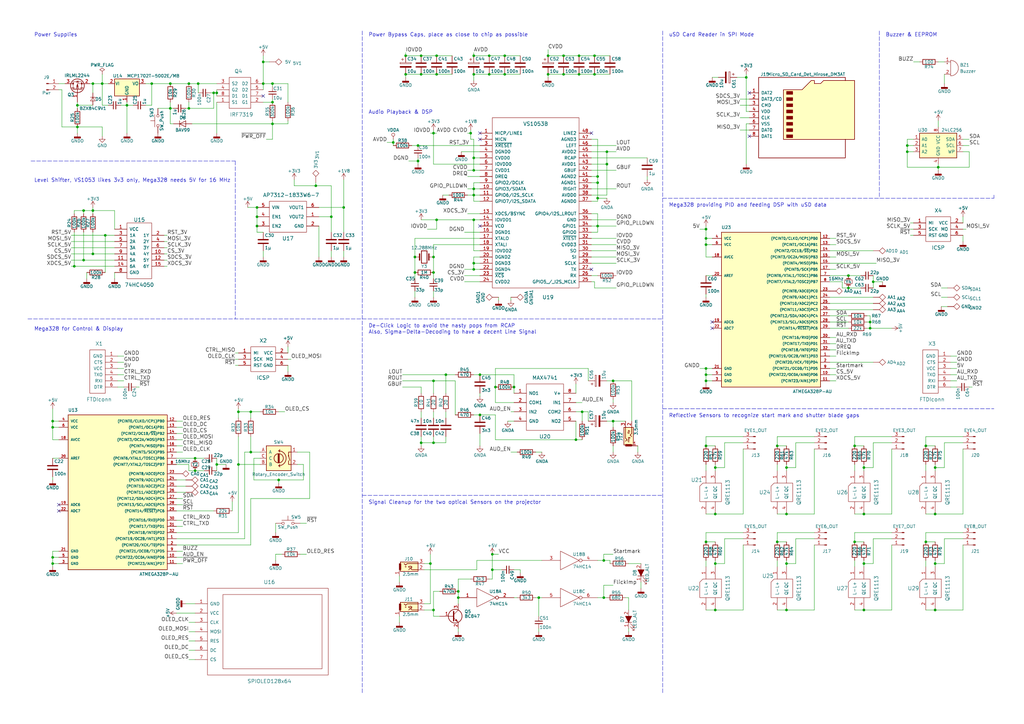
<source format=kicad_sch>
(kicad_sch (version 20211123) (generator eeschema)
  (paper "A3")
  (title_block (title "OpenCelluloid") (date "2023-02-16") (rev "v0.1"))
  (junction (at 210.82 158.75))
  (junction (at 322.58 191.77))
  (junction (at 322.58 210.82))
  (junction (at 41.91 34.29))
  (junction (at 107.95 34.29))
  (junction (at 105.41 88.9))
  (junction (at 177.8 111.76))
  (junction (at 245.11 92.71))
  (junction (at 236.22 180.34))
  (junction (at 111.76 50.8))
  (junction (at 231.14 30.48))
  (junction (at 372.11 59.69))
  (junction (at 354.33 210.82))
  (junction (at 166.37 22.86))
  (junction (at 200.66 22.86))
  (junction (at 289.56 222.25))
  (junction (at 87.63 38.1))
  (junction (at 194.31 64.77))
  (junction (at 177.8 181.61))
  (junction (at 182.88 153.67))
  (junction (at 251.46 156.21))
  (junction (at 21.59 231.14))
  (junction (at 194.31 77.47))
  (junction (at 38.1 34.29))
  (junction (at 289.56 151.13))
  (junction (at 177.8 156.21))
  (junction (at 201.93 233.68))
  (junction (at 293.37 191.77))
  (junction (at 177.8 54.61))
  (junction (at 107.95 25.4))
  (junction (at 231.14 22.86))
  (junction (at 322.58 250.19))
  (junction (at 105.41 92.71))
  (junction (at 172.72 22.86))
  (junction (at 245.11 81.28))
  (junction (at 194.31 22.86))
  (junction (at 172.72 30.48))
  (junction (at 77.47 34.29))
  (junction (at 289.56 93.98))
  (junction (at 62.23 34.29))
  (junction (at 379.73 222.25))
  (junction (at 172.72 181.61))
  (junction (at 245.11 72.39))
  (junction (at 354.33 191.77))
  (junction (at 248.92 62.23))
  (junction (at 194.31 107.95))
  (junction (at 21.59 228.6))
  (junction (at 383.54 210.82))
  (junction (at 196.85 170.18))
  (junction (at 293.37 250.19))
  (junction (at 88.9 38.1))
  (junction (at 194.31 30.48))
  (junction (at 354.33 250.19))
  (junction (at 38.1 104.14))
  (junction (at 170.18 111.76))
  (junction (at 354.33 231.14))
  (junction (at 318.77 222.25))
  (junction (at 358.14 115.57))
  (junction (at 171.45 59.69))
  (junction (at 111.76 41.91))
  (junction (at 196.85 153.67))
  (junction (at 129.54 76.2))
  (junction (at 177.8 105.41))
  (junction (at 224.79 30.48))
  (junction (at 179.07 30.48))
  (junction (at 243.84 22.86))
  (junction (at 81.28 34.29))
  (junction (at 237.49 30.48))
  (junction (at 140.97 85.09))
  (junction (at 293.37 231.14))
  (junction (at 318.77 182.88))
  (junction (at 347.98 113.03))
  (junction (at 293.37 210.82))
  (junction (at 384.81 68.58))
  (junction (at 187.96 242.57))
  (junction (at 245.11 74.93))
  (junction (at 102.87 185.42))
  (junction (at 306.07 31.75))
  (junction (at 77.47 44.45))
  (junction (at 69.85 44.45))
  (junction (at 203.2 158.75))
  (junction (at 289.56 100.33))
  (junction (at 251.46 172.72))
  (junction (at 69.85 34.29))
  (junction (at 34.29 86.36))
  (junction (at 21.59 172.72))
  (junction (at 187.96 245.11))
  (junction (at 224.79 22.86))
  (junction (at 80.01 187.96))
  (junction (at 247.65 245.11))
  (junction (at 194.31 69.85))
  (junction (at 21.59 175.26))
  (junction (at 194.31 90.17))
  (junction (at 194.31 80.01))
  (junction (at 289.56 156.21))
  (junction (at 350.52 182.88))
  (junction (at 237.49 22.86))
  (junction (at 105.41 85.09))
  (junction (at 201.93 227.33))
  (junction (at 200.66 30.48))
  (junction (at 88.9 190.5))
  (junction (at 102.87 168.91))
  (junction (at 248.92 67.31))
  (junction (at 322.58 231.14))
  (junction (at 161.29 58.42))
  (junction (at 289.56 182.88))
  (junction (at 111.76 34.29))
  (junction (at 177.8 250.19))
  (junction (at 179.07 22.86))
  (junction (at 238.76 168.91))
  (junction (at 243.84 30.48))
  (junction (at 347.98 118.11))
  (junction (at 31.75 52.07))
  (junction (at 379.73 182.88))
  (junction (at 207.01 22.86))
  (junction (at 170.18 105.41))
  (junction (at 97.79 190.5))
  (junction (at 31.75 43.18))
  (junction (at 383.54 191.77))
  (junction (at 179.07 90.17))
  (junction (at 166.37 30.48))
  (junction (at 289.56 153.67))
  (junction (at 135.89 88.9))
  (junction (at 30.48 109.22))
  (junction (at 372.11 62.23))
  (junction (at 356.87 132.08))
  (junction (at 207.01 30.48))
  (junction (at 38.1 86.36))
  (junction (at 43.18 96.52))
  (junction (at 220.98 245.11))
  (junction (at 171.45 66.04))
  (junction (at 356.87 134.62))
  (junction (at 80.01 193.04))
  (junction (at 52.07 43.18))
  (junction (at 97.79 168.91))
  (junction (at 176.53 231.14))
  (junction (at 194.31 110.49))
  (junction (at 289.56 97.79))
  (junction (at 193.04 54.61))
  (junction (at 350.52 222.25))
  (junction (at 383.54 231.14))
  (junction (at 114.3 196.85))
  (junction (at 34.29 106.68))
  (junction (at 247.65 229.87))
  (junction (at 383.54 250.19))
  (no_connect (at 107.95 39.37))
  (no_connect (at 307.34 38.1))
  (no_connect (at 292.1 134.62))
  (no_connect (at 24.13 209.55))
  (no_connect (at 242.57 110.49))
  (no_connect (at 242.57 54.61))
  (no_connect (at 24.13 207.01))
  (no_connect (at 196.85 92.71))
  (no_connect (at 307.34 55.88))
  (no_connect (at 292.1 132.08))
  (no_connect (at 196.85 54.61))
  (no_connect (at 196.85 57.15))
  (wire (pts (xy 247.65 240.03) (xy 247.65 245.11)))
  (wire (pts (xy 379.73 250.19) (xy 383.54 250.19)))
  (wire (pts (xy 67.31 99.06) (xy 68.58 99.06)))
  (wire (pts (xy 102.87 171.45) (xy 102.87 168.91)))
  (wire (pts (xy 130.81 88.9) (xy 135.89 88.9)))
  (wire (pts (xy 21.59 228.6) (xy 21.59 231.14)))
  (wire (pts (xy 43.18 111.76) (xy 43.18 96.52)))
  (wire (pts (xy 190.5 115.57) (xy 196.85 115.57)))
  (polyline (pts (xy 271.78 167.64) (xy 407.67 167.64)))
  (wire (pts (xy 289.56 190.5) (xy 289.56 193.04)))
  (wire (pts (xy 187.96 257.81) (xy 187.96 259.08)))
  (wire (pts (xy 340.36 113.03) (xy 347.98 113.03)))
  (wire (pts (xy 191.77 72.39) (xy 196.85 72.39)))
  (wire (pts (xy 25.4 52.07) (xy 31.75 52.07)))
  (wire (pts (xy 31.75 52.07) (xy 41.91 52.07)))
  (wire (pts (xy 326.39 191.77) (xy 322.58 191.77)))
  (wire (pts (xy 292.1 156.21) (xy 289.56 156.21)))
  (wire (pts (xy 187.96 245.11) (xy 187.96 247.65)))
  (wire (pts (xy 194.31 74.93) (xy 194.31 77.47)))
  (wire (pts (xy 102.87 179.07) (xy 102.87 185.42)))
  (wire (pts (xy 350.52 218.44) (xy 350.52 222.25)))
  (wire (pts (xy 77.47 193.04) (xy 77.47 190.5)))
  (wire (pts (xy 358.14 191.77) (xy 354.33 191.77)))
  (wire (pts (xy 118.11 34.29) (xy 118.11 41.91)))
  (wire (pts (xy 194.31 80.01) (xy 196.85 80.01)))
  (wire (pts (xy 242.57 69.85) (xy 252.73 69.85)))
  (wire (pts (xy 194.31 107.95) (xy 194.31 110.49)))
  (wire (pts (xy 318.77 182.88) (xy 322.58 182.88)))
  (wire (pts (xy 251.46 227.33) (xy 247.65 227.33)))
  (wire (pts (xy 24.13 231.14) (xy 21.59 231.14)))
  (wire (pts (xy 394.97 59.69) (xy 397.51 59.69)))
  (polyline (pts (xy 271.78 12.7) (xy 271.78 284.48)))
  (wire (pts (xy 397.51 62.23) (xy 394.97 62.23)))
  (wire (pts (xy 31.75 41.91) (xy 31.75 43.18)))
  (wire (pts (xy 41.91 34.29) (xy 44.45 34.29)))
  (wire (pts (xy 191.77 69.85) (xy 194.31 69.85)))
  (wire (pts (xy 100.33 220.98) (xy 72.39 220.98)))
  (wire (pts (xy 318.77 179.07) (xy 334.01 179.07)))
  (wire (pts (xy 171.45 59.69) (xy 196.85 59.69)))
  (wire (pts (xy 177.8 156.21) (xy 177.8 161.29)))
  (wire (pts (xy 166.37 21.59) (xy 166.37 22.86)))
  (wire (pts (xy 292.1 153.67) (xy 289.56 153.67)))
  (wire (pts (xy 297.18 231.14) (xy 293.37 231.14)))
  (wire (pts (xy 69.85 50.8) (xy 71.12 50.8)))
  (wire (pts (xy 104.14 187.96) (xy 104.14 196.85)))
  (wire (pts (xy 379.73 179.07) (xy 379.73 182.88)))
  (wire (pts (xy 196.85 107.95) (xy 194.31 107.95)))
  (wire (pts (xy 177.8 242.57) (xy 177.8 250.19)))
  (wire (pts (xy 176.53 54.61) (xy 177.8 54.61)))
  (wire (pts (xy 203.2 170.18) (xy 203.2 180.34)))
  (wire (pts (xy 182.88 153.67) (xy 182.88 161.29)))
  (wire (pts (xy 179.07 30.48) (xy 185.42 30.48)))
  (wire (pts (xy 386.08 121.92) (xy 388.62 121.92)))
  (wire (pts (xy 242.57 92.71) (xy 245.11 92.71)))
  (wire (pts (xy 289.56 97.79) (xy 289.56 100.33)))
  (wire (pts (xy 107.95 41.91) (xy 111.76 41.91)))
  (wire (pts (xy 242.57 87.63) (xy 245.11 87.63)))
  (wire (pts (xy 55.88 158.75) (xy 57.15 158.75)))
  (wire (pts (xy 203.2 180.34) (xy 236.22 180.34)))
  (wire (pts (xy 186.69 156.21) (xy 186.69 170.18)))
  (wire (pts (xy 72.39 175.26) (xy 74.93 175.26)))
  (wire (pts (xy 30.48 109.22) (xy 46.99 109.22)))
  (wire (pts (xy 97.79 179.07) (xy 97.79 190.5)))
  (wire (pts (xy 224.79 20.32) (xy 224.79 22.86)))
  (wire (pts (xy 29.21 106.68) (xy 34.29 106.68)))
  (polyline (pts (xy 96.52 66.04) (xy 96.52 130.81)))
  (wire (pts (xy 293.37 191.77) (xy 293.37 193.04)))
  (wire (pts (xy 302.26 31.75) (xy 306.07 31.75)))
  (wire (pts (xy 21.59 172.72) (xy 21.59 175.26)))
  (wire (pts (xy 67.31 96.52) (xy 68.58 96.52)))
  (wire (pts (xy 220.98 257.81) (xy 220.98 259.08)))
  (wire (pts (xy 340.36 146.05) (xy 342.9 146.05)))
  (wire (pts (xy 394.97 250.19) (xy 394.97 223.52)))
  (wire (pts (xy 194.31 170.18) (xy 196.85 170.18)))
  (wire (pts (xy 394.97 96.52) (xy 394.97 99.06)))
  (polyline (pts (xy 11.43 130.81) (xy 271.78 130.81)))
  (wire (pts (xy 194.31 57.15) (xy 194.31 64.77)))
  (wire (pts (xy 72.39 180.34) (xy 74.93 180.34)))
  (wire (pts (xy 241.3 151.13) (xy 241.3 156.21)))
  (wire (pts (xy 383.54 191.77) (xy 383.54 193.04)))
  (wire (pts (xy 201.93 237.49) (xy 200.66 237.49)))
  (wire (pts (xy 220.98 252.73) (xy 220.98 245.11)))
  (wire (pts (xy 354.33 250.19) (xy 365.76 250.19)))
  (wire (pts (xy 200.66 30.48) (xy 207.01 30.48)))
  (wire (pts (xy 41.91 30.48) (xy 41.91 34.29)))
  (wire (pts (xy 289.56 93.98) (xy 289.56 97.79)))
  (wire (pts (xy 124.46 196.85) (xy 124.46 190.5)))
  (wire (pts (xy 250.19 229.87) (xy 250.19 231.14)))
  (wire (pts (xy 48.26 148.59) (xy 50.8 148.59)))
  (wire (pts (xy 135.89 102.87) (xy 135.89 105.41)))
  (wire (pts (xy 67.31 104.14) (xy 68.58 104.14)))
  (wire (pts (xy 379.73 190.5) (xy 379.73 193.04)))
  (wire (pts (xy 72.39 177.8) (xy 74.93 177.8)))
  (wire (pts (xy 297.18 181.61) (xy 297.18 191.77)))
  (wire (pts (xy 29.21 101.6) (xy 46.99 101.6)))
  (wire (pts (xy 251.46 172.72) (xy 256.54 172.72)))
  (wire (pts (xy 318.77 229.87) (xy 318.77 232.41)))
  (wire (pts (xy 35.56 114.3) (xy 35.56 111.76)))
  (wire (pts (xy 88.9 190.5) (xy 88.9 193.04)))
  (wire (pts (xy 72.39 185.42) (xy 74.93 185.42)))
  (wire (pts (xy 69.85 44.45) (xy 69.85 50.8)))
  (wire (pts (xy 170.18 119.38) (xy 170.18 121.92)))
  (wire (pts (xy 196.85 161.29) (xy 196.85 162.56)))
  (wire (pts (xy 354.33 191.77) (xy 354.33 193.04)))
  (wire (pts (xy 373.38 91.44) (xy 374.65 91.44)))
  (wire (pts (xy 161.29 57.15) (xy 161.29 58.42)))
  (wire (pts (xy 318.77 210.82) (xy 322.58 210.82)))
  (wire (pts (xy 76.2 196.85) (xy 72.39 196.85)))
  (wire (pts (xy 21.59 231.14) (xy 21.59 232.41)))
  (wire (pts (xy 384.81 25.4) (xy 387.35 25.4)))
  (wire (pts (xy 97.79 168.91) (xy 102.87 168.91)))
  (wire (pts (xy 123.19 227.33) (xy 125.73 227.33)))
  (wire (pts (xy 318.77 222.25) (xy 322.58 222.25)))
  (wire (pts (xy 81.28 34.29) (xy 88.9 34.29)))
  (wire (pts (xy 111.76 49.53) (xy 111.76 50.8)))
  (wire (pts (xy 80.01 193.04) (xy 83.82 193.04)))
  (wire (pts (xy 104.14 196.85) (xy 114.3 196.85)))
  (wire (pts (xy 394.97 181.61) (xy 387.35 181.61)))
  (wire (pts (xy 72.39 204.47) (xy 74.93 204.47)))
  (wire (pts (xy 111.76 35.56) (xy 111.76 34.29)))
  (wire (pts (xy 358.14 102.87) (xy 340.36 102.87)))
  (wire (pts (xy 289.56 250.19) (xy 293.37 250.19)))
  (wire (pts (xy 41.91 43.18) (xy 44.45 43.18)))
  (wire (pts (xy 354.33 210.82) (xy 365.76 210.82)))
  (wire (pts (xy 342.9 105.41) (xy 340.36 105.41)))
  (wire (pts (xy 69.85 44.45) (xy 71.12 44.45)))
  (wire (pts (xy 289.56 120.65) (xy 289.56 121.92)))
  (wire (pts (xy 194.31 30.48) (xy 200.66 30.48)))
  (wire (pts (xy 38.1 104.14) (xy 46.99 104.14)))
  (wire (pts (xy 201.93 227.33) (xy 201.93 233.68)))
  (wire (pts (xy 304.8 250.19) (xy 304.8 223.52)))
  (wire (pts (xy 194.31 110.49) (xy 196.85 110.49)))
  (wire (pts (xy 127 185.42) (xy 121.92 185.42)))
  (wire (pts (xy 356.87 132.08) (xy 356.87 134.62)))
  (wire (pts (xy 372.11 59.69) (xy 372.11 57.15)))
  (wire (pts (xy 62.23 43.18) (xy 59.69 43.18)))
  (wire (pts (xy 210.82 233.68) (xy 213.36 233.68)))
  (wire (pts (xy 374.65 25.4) (xy 377.19 25.4)))
  (wire (pts (xy 248.92 67.31) (xy 248.92 80.01)))
  (wire (pts (xy 129.54 76.2) (xy 135.89 76.2)))
  (wire (pts (xy 194.31 77.47) (xy 196.85 77.47)))
  (wire (pts (xy 204.47 121.92) (xy 204.47 123.19)))
  (wire (pts (xy 102.87 168.91) (xy 106.68 168.91)))
  (wire (pts (xy 80.01 187.96) (xy 83.82 187.96)))
  (wire (pts (xy 38.1 43.18) (xy 31.75 43.18)))
  (wire (pts (xy 76.2 44.45) (xy 77.47 44.45)))
  (wire (pts (xy 62.23 34.29) (xy 62.23 43.18)))
  (wire (pts (xy 187.96 237.49) (xy 187.96 242.57)))
  (wire (pts (xy 43.18 96.52) (xy 46.99 96.52)))
  (wire (pts (xy 88.9 36.83) (xy 88.9 38.1)))
  (wire (pts (xy 383.54 190.5) (xy 383.54 191.77)))
  (wire (pts (xy 389.89 146.05) (xy 392.43 146.05)))
  (wire (pts (xy 245.11 229.87) (xy 247.65 229.87)))
  (wire (pts (xy 383.54 250.19) (xy 394.97 250.19)))
  (wire (pts (xy 350.52 210.82) (xy 354.33 210.82)))
  (wire (pts (xy 334.01 250.19) (xy 334.01 223.52)))
  (wire (pts (xy 107.95 34.29) (xy 111.76 34.29)))
  (wire (pts (xy 29.21 96.52) (xy 43.18 96.52)))
  (wire (pts (xy 203.2 151.13) (xy 203.2 158.75)))
  (wire (pts (xy 322.58 229.87) (xy 322.58 231.14)))
  (wire (pts (xy 350.52 229.87) (xy 350.52 232.41)))
  (wire (pts (xy 326.39 181.61) (xy 326.39 191.77)))
  (wire (pts (xy 340.36 143.51) (xy 342.9 143.51)))
  (wire (pts (xy 72.39 172.72) (xy 74.93 172.72)))
  (wire (pts (xy 242.57 105.41) (xy 252.73 105.41)))
  (wire (pts (xy 175.26 93.98) (xy 179.07 93.98)))
  (wire (pts (xy 207.01 22.86) (xy 213.36 22.86)))
  (wire (pts (xy 179.07 22.86) (xy 185.42 22.86)))
  (wire (pts (xy 340.36 100.33) (xy 342.9 100.33)))
  (wire (pts (xy 361.95 115.57) (xy 358.14 115.57)))
  (wire (pts (xy 251.46 182.88) (xy 251.46 185.42)))
  (polyline (pts (xy 148.59 12.7) (xy 148.59 284.48)))
  (wire (pts (xy 177.8 119.38) (xy 177.8 121.92)))
  (wire (pts (xy 130.81 85.09) (xy 140.97 85.09)))
  (wire (pts (xy 193.04 53.34) (xy 193.04 54.61)))
  (wire (pts (xy 355.6 129.54) (xy 356.87 129.54)))
  (wire (pts (xy 46.99 111.76) (xy 46.99 114.3)))
  (wire (pts (xy 379.73 222.25) (xy 383.54 222.25)))
  (wire (pts (xy 38.1 95.25) (xy 38.1 104.14)))
  (wire (pts (xy 289.56 105.41) (xy 292.1 105.41)))
  (wire (pts (xy 289.56 182.88) (xy 293.37 182.88)))
  (wire (pts (xy 340.36 107.95) (xy 359.41 107.95)))
  (wire (pts (xy 102.87 185.42) (xy 106.68 185.42)))
  (wire (pts (xy 350.52 222.25) (xy 354.33 222.25)))
  (wire (pts (xy 289.56 153.67) (xy 289.56 156.21)))
  (wire (pts (xy 177.8 53.34) (xy 177.8 54.61)))
  (wire (pts (xy 306.07 50.8) (xy 306.07 67.31)))
  (wire (pts (xy 172.72 181.61) (xy 172.72 182.88)))
  (wire (pts (xy 358.14 181.61) (xy 358.14 191.77)))
  (wire (pts (xy 72.39 207.01) (xy 74.93 207.01)))
  (wire (pts (xy 373.38 93.98) (xy 374.65 93.98)))
  (wire (pts (xy 194.31 82.55) (xy 196.85 82.55)))
  (wire (pts (xy 191.77 80.01) (xy 194.31 80.01)))
  (wire (pts (xy 107.95 34.29) (xy 107.95 36.83)))
  (wire (pts (xy 350.52 218.44) (xy 365.76 218.44)))
  (wire (pts (xy 204.47 227.33) (xy 201.93 227.33)))
  (wire (pts (xy 372.11 57.15) (xy 374.65 57.15)))
  (wire (pts (xy 194.31 102.87) (xy 194.31 90.17)))
  (wire (pts (xy 287.02 93.98) (xy 289.56 93.98)))
  (wire (pts (xy 261.62 182.88) (xy 261.62 185.42)))
  (wire (pts (xy 140.97 85.09) (xy 140.97 95.25)))
  (wire (pts (xy 306.07 31.75) (xy 306.07 45.72)))
  (wire (pts (xy 210.82 153.67) (xy 210.82 158.75)))
  (wire (pts (xy 340.36 132.08) (xy 347.98 132.08)))
  (wire (pts (xy 180.34 242.57) (xy 177.8 242.57)))
  (wire (pts (xy 345.44 118.11) (xy 347.98 118.11)))
  (wire (pts (xy 340.36 129.54) (xy 347.98 129.54)))
  (wire (pts (xy 318.77 218.44) (xy 334.01 218.44)))
  (wire (pts (xy 355.6 134.62) (xy 356.87 134.62)))
  (wire (pts (xy 242.57 77.47) (xy 252.73 77.47)))
  (wire (pts (xy 209.55 168.91) (xy 210.82 168.91)))
  (wire (pts (xy 173.99 231.14) (xy 176.53 231.14)))
  (wire (pts (xy 113.03 227.33) (xy 115.57 227.33)))
  (wire (pts (xy 191.77 77.47) (xy 194.31 77.47)))
  (wire (pts (xy 322.58 250.19) (xy 334.01 250.19)))
  (wire (pts (xy 114.3 198.12) (xy 114.3 196.85)))
  (wire (pts (xy 358.14 115.57) (xy 358.14 118.11)))
  (wire (pts (xy 373.38 96.52) (xy 374.65 96.52)))
  (wire (pts (xy 182.88 168.91) (xy 182.88 171.45)))
  (wire (pts (xy 379.73 182.88) (xy 383.54 182.88)))
  (wire (pts (xy 177.8 250.19) (xy 177.8 252.73)))
  (wire (pts (xy 334.01 210.82) (xy 334.01 184.15)))
  (wire (pts (xy 168.91 59.69) (xy 171.45 59.69)))
  (wire (pts (xy 194.31 105.41) (xy 194.31 107.95)))
  (wire (pts (xy 67.31 106.68) (xy 68.58 106.68)))
  (wire (pts (xy 194.31 69.85) (xy 196.85 69.85)))
  (wire (pts (xy 190.5 113.03) (xy 196.85 113.03)))
  (wire (pts (xy 219.71 245.11) (xy 220.98 245.11)))
  (wire (pts (xy 72.39 213.36) (xy 74.93 213.36)))
  (wire (pts (xy 358.14 231.14) (xy 354.33 231.14)))
  (wire (pts (xy 350.52 182.88) (xy 354.33 182.88)))
  (wire (pts (xy 52.07 43.18) (xy 52.07 54.61)))
  (wire (pts (xy 306.07 45.72) (xy 307.34 45.72)))
  (wire (pts (xy 187.96 237.49) (xy 193.04 237.49)))
  (wire (pts (xy 111.76 50.8) (xy 118.11 50.8)))
  (wire (pts (xy 289.56 222.25) (xy 293.37 222.25)))
  (wire (pts (xy 220.98 245.11) (xy 222.25 245.11)))
  (wire (pts (xy 38.1 86.36) (xy 38.1 87.63)))
  (wire (pts (xy 166.37 22.86) (xy 172.72 22.86)))
  (wire (pts (xy 87.63 38.1) (xy 88.9 38.1)))
  (wire (pts (xy 247.65 245.11) (xy 248.92 245.11)))
  (wire (pts (xy 340.36 151.13) (xy 342.9 151.13)))
  (wire (pts (xy 248.92 81.28) (xy 245.11 81.28)))
  (wire (pts (xy 177.8 168.91) (xy 177.8 171.45)))
  (wire (pts (xy 177.8 111.76) (xy 177.8 114.3)))
  (wire (pts (xy 259.08 156.21) (xy 259.08 172.72)))
  (wire (pts (xy 345.44 115.57) (xy 340.36 115.57)))
  (wire (pts (xy 387.35 220.98) (xy 387.35 231.14)))
  (wire (pts (xy 88.9 41.91) (xy 88.9 54.61)))
  (wire (pts (xy 135.89 88.9) (xy 135.89 95.25)))
  (wire (pts (xy 303.53 40.64) (xy 307.34 40.64)))
  (wire (pts (xy 191.77 54.61) (xy 193.04 54.61)))
  (wire (pts (xy 237.49 30.48) (xy 243.84 30.48)))
  (wire (pts (xy 191.77 87.63) (xy 196.85 87.63)))
  (wire (pts (xy 96.52 144.78) (xy 97.79 144.78)))
  (wire (pts (xy 372.11 68.58) (xy 384.81 68.58)))
  (wire (pts (xy 245.11 74.93) (xy 245.11 81.28)))
  (wire (pts (xy 176.53 231.14) (xy 176.53 247.65)))
  (wire (pts (xy 236.22 168.91) (xy 238.76 168.91)))
  (wire (pts (xy 97.79 218.44) (xy 72.39 218.44)))
  (wire (pts (xy 172.72 158.75) (xy 172.72 161.29)))
  (wire (pts (xy 179.07 93.98) (xy 179.07 90.17)))
  (wire (pts (xy 127 204.47) (xy 127 185.42)))
  (wire (pts (xy 293.37 229.87) (xy 293.37 231.14)))
  (wire (pts (xy 190.5 110.49) (xy 194.31 110.49)))
  (wire (pts (xy 114.3 168.91) (xy 116.84 168.91)))
  (wire (pts (xy 242.57 113.03) (xy 245.11 113.03)))
  (wire (pts (xy 170.18 111.76) (xy 170.18 114.3)))
  (wire (pts (xy 194.31 21.59) (xy 194.31 22.86)))
  (wire (pts (xy 177.8 252.73) (xy 180.34 252.73)))
  (wire (pts (xy 72.39 251.46) (xy 80.01 251.46)))
  (wire (pts (xy 340.36 148.59) (xy 358.14 148.59)))
  (wire (pts (xy 158.75 58.42) (xy 161.29 58.42)))
  (wire (pts (xy 21.59 180.34) (xy 24.13 180.34)))
  (wire (pts (xy 251.46 156.21) (xy 259.08 156.21)))
  (wire (pts (xy 297.18 220.98) (xy 297.18 231.14)))
  (wire (pts (xy 326.39 231.14) (xy 322.58 231.14)))
  (wire (pts (xy 374.65 59.69) (xy 372.11 59.69)))
  (wire (pts (xy 224.79 31.75) (xy 224.79 30.48)))
  (wire (pts (xy 69.85 34.29) (xy 77.47 34.29)))
  (wire (pts (xy 387.35 191.77) (xy 383.54 191.77)))
  (wire (pts (xy 24.13 226.06) (xy 21.59 226.06)))
  (wire (pts (xy 48.26 156.21) (xy 50.8 156.21)))
  (wire (pts (xy 77.47 193.04) (xy 80.01 193.04)))
  (wire (pts (xy 389.89 148.59) (xy 392.43 148.59)))
  (wire (pts (xy 72.39 187.96) (xy 80.01 187.96)))
  (wire (pts (xy 41.91 34.29) (xy 41.91 43.18)))
  (wire (pts (xy 289.56 151.13) (xy 289.56 153.67)))
  (wire (pts (xy 77.47 259.08) (xy 80.01 259.08)))
  (wire (pts (xy 166.37 30.48) (xy 172.72 30.48)))
  (wire (pts (xy 334.01 220.98) (xy 326.39 220.98)))
  (wire (pts (xy 386.08 118.11) (xy 388.62 118.11)))
  (wire (pts (xy 303.53 48.26) (xy 307.34 48.26)))
  (wire (pts (xy 107.95 102.87) (xy 107.95 105.41)))
  (wire (pts (xy 237.49 22.86) (xy 243.84 22.86)))
  (wire (pts (xy 76.2 199.39) (xy 72.39 199.39)))
  (wire (pts (xy 135.89 76.2) (xy 135.89 88.9)))
  (wire (pts (xy 358.14 121.92) (xy 340.36 121.92)))
  (wire (pts (xy 77.47 255.27) (xy 80.01 255.27)))
  (wire (pts (xy 200.66 22.86) (xy 207.01 22.86)))
  (wire (pts (xy 124.46 190.5) (xy 121.92 190.5)))
  (wire (pts (xy 257.81 257.81) (xy 257.81 259.08)))
  (wire (pts (xy 248.92 156.21) (xy 251.46 156.21)))
  (wire (pts (xy 289.56 218.44) (xy 304.8 218.44)))
  (wire (pts (xy 130.81 92.71) (xy 130.81 105.41)))
  (wire (pts (xy 231.14 30.48) (xy 237.49 30.48)))
  (wire (pts (xy 242.57 107.95) (xy 252.73 107.95)))
  (wire (pts (xy 289.56 229.87) (xy 289.56 232.41)))
  (wire (pts (xy 397.51 68.58) (xy 397.51 62.23)))
  (wire (pts (xy 203.2 151.13) (xy 241.3 151.13)))
  (wire (pts (xy 193.04 54.61) (xy 193.04 57.15)))
  (wire (pts (xy 256.54 245.11) (xy 257.81 245.11)))
  (wire (pts (xy 245.11 92.71) (xy 252.73 92.71)))
  (wire (pts (xy 95.25 209.55) (xy 95.25 205.74)))
  (wire (pts (xy 105.41 88.9) (xy 105.41 92.71)))
  (wire (pts (xy 102.87 204.47) (xy 127 204.47)))
  (wire (pts (xy 176.53 247.65) (xy 173.99 247.65)))
  (wire (pts (xy 30.48 95.25) (xy 30.48 109.22)))
  (wire (pts (xy 118.11 149.86) (xy 118.11 152.4)))
  (wire (pts (xy 181.61 80.01) (xy 184.15 80.01)))
  (wire (pts (xy 123.19 214.63) (xy 125.73 214.63)))
  (wire (pts (xy 100.33 185.42) (xy 100.33 220.98)))
  (wire (pts (xy 365.76 210.82) (xy 365.76 184.15)))
  (wire (pts (xy 242.57 59.69) (xy 252.73 59.69)))
  (wire (pts (xy 34.29 87.63) (xy 34.29 86.36)))
  (wire (pts (xy 171.45 66.04) (xy 171.45 67.31)))
  (wire (pts (xy 242.57 57.15) (xy 245.11 57.15)))
  (wire (pts (xy 340.36 140.97) (xy 342.9 140.97)))
  (wire (pts (xy 350.52 190.5) (xy 350.52 193.04)))
  (wire (pts (xy 196.85 64.77) (xy 194.31 64.77)))
  (polyline (pts (xy 271.78 81.28) (xy 407.67 81.28)))
  (wire (pts (xy 177.8 181.61) (xy 177.8 179.07)))
  (wire (pts (xy 394.97 88.9) (xy 394.97 91.44)))
  (wire (pts (xy 194.31 80.01) (xy 194.31 82.55)))
  (wire (pts (xy 194.31 90.17) (xy 196.85 90.17)))
  (wire (pts (xy 177.8 54.61) (xy 177.8 67.31)))
  (wire (pts (xy 347.98 118.11) (xy 353.06 118.11)))
  (wire (pts (xy 62.23 34.29) (xy 69.85 34.29)))
  (wire (pts (xy 356.87 134.62) (xy 365.76 134.62)))
  (wire (pts (xy 195.58 233.68) (xy 195.58 229.87)))
  (wire (pts (xy 177.8 100.33) (xy 177.8 105.41)))
  (wire (pts (xy 24.13 228.6) (xy 21.59 228.6)))
  (wire (pts (xy 177.8 54.61) (xy 179.07 54.61)))
  (wire (pts (xy 105.41 95.25) (xy 107.95 95.25)))
  (wire (pts (xy 209.55 121.92) (xy 209.55 123.19)))
  (wire (pts (xy 72.39 182.88) (xy 74.93 182.88)))
  (wire (pts (xy 166.37 31.75) (xy 166.37 30.48)))
  (wire (pts (xy 21.59 187.96) (xy 24.13 187.96)))
  (wire (pts (xy 383.54 210.82) (xy 394.97 210.82)))
  (wire (pts (xy 105.41 85.09) (xy 105.41 88.9)))
  (wire (pts (xy 77.47 270.51) (xy 80.01 270.51)))
  (wire (pts (xy 72.39 223.52) (xy 102.87 223.52)))
  (wire (pts (xy 97.79 168.91) (xy 97.79 171.45)))
  (wire (pts (xy 248.92 62.23) (xy 252.73 62.23)))
  (wire (pts (xy 304.8 210.82) (xy 304.8 184.15)))
  (wire (pts (xy 248.92 172.72) (xy 251.46 172.72)))
  (wire (pts (xy 196.85 74.93) (xy 194.31 74.93)))
  (wire (pts (xy 340.36 138.43) (xy 342.9 138.43)))
  (wire (pts (xy 38.1 34.29) (xy 41.91 34.29)))
  (wire (pts (xy 389.89 156.21) (xy 392.43 156.21)))
  (wire (pts (xy 111.76 57.15) (xy 109.22 57.15)))
  (wire (pts (xy 224.79 22.86) (xy 231.14 22.86)))
  (wire (pts (xy 167.64 66.04) (xy 171.45 66.04)))
  (wire (pts (xy 100.33 185.42) (xy 102.87 185.42)))
  (wire (pts (xy 365.76 220.98) (xy 358.14 220.98)))
  (wire (pts (xy 72.39 231.14) (xy 74.93 231.14)))
  (wire (pts (xy 350.52 179.07) (xy 365.76 179.07)))
  (wire (pts (xy 245.11 74.93) (xy 242.57 74.93)))
  (wire (pts (xy 72.39 226.06) (xy 74.93 226.06)))
  (wire (pts (xy 81.28 34.29) (xy 81.28 38.1)))
  (wire (pts (xy 173.99 233.68) (xy 195.58 233.68)))
  (wire (pts (xy 242.57 64.77) (xy 265.43 64.77)))
  (wire (pts (xy 111.76 41.91) (xy 111.76 40.64)))
  (wire (pts (xy 195.58 229.87) (xy 222.25 229.87)))
  (wire (pts (xy 379.73 210.82) (xy 383.54 210.82)))
  (wire (pts (xy 34.29 95.25) (xy 34.29 106.68)))
  (wire (pts (xy 243.84 30.48) (xy 250.19 30.48)))
  (wire (pts (xy 31.75 43.18) (xy 31.75 44.45)))
  (wire (pts (xy 48.26 158.75) (xy 50.8 158.75)))
  (wire (pts (xy 242.57 115.57) (xy 243.84 115.57)))
  (wire (pts (xy 358.14 113.03) (xy 358.14 115.57)))
  (wire (pts (xy 52.07 41.91) (xy 52.07 43.18)))
  (wire (pts (xy 251.46 240.03) (xy 247.65 240.03)))
  (wire (pts (xy 118.11 142.24) (xy 118.11 144.78)))
  (wire (pts (xy 52.07 43.18) (xy 54.61 43.18)))
  (wire (pts (xy 242.57 62.23) (xy 248.92 62.23)))
  (wire (pts (xy 64.77 44.45) (xy 69.85 44.45)))
  (wire (pts (xy 248.92 67.31) (xy 242.57 67.31)))
  (wire (pts (xy 129.54 76.2) (xy 129.54 74.93)))
  (wire (pts (xy 238.76 172.72) (xy 238.76 168.91)))
  (wire (pts (xy 355.6 132.08) (xy 356.87 132.08)))
  (wire (pts (xy 304.8 181.61) (xy 297.18 181.61)))
  (wire (pts (xy 289.56 210.82) (xy 293.37 210.82)))
  (wire (pts (xy 205.74 233.68) (xy 201.93 233.68)))
  (wire (pts (xy 245.11 72.39) (xy 245.11 74.93)))
  (wire (pts (xy 236.22 180.34) (xy 236.22 172.72)))
  (wire (pts (xy 177.8 156.21) (xy 186.69 156.21)))
  (wire (pts (xy 387.35 181.61) (xy 387.35 191.77)))
  (wire (pts (xy 171.45 64.77) (xy 171.45 66.04)))
  (wire (pts (xy 165.1 156.21) (xy 177.8 156.21)))
  (wire (pts (xy 394.97 93.98) (xy 396.24 93.98)))
  (wire (pts (xy 304.8 220.98) (xy 297.18 220.98)))
  (wire (pts (xy 289.56 179.07) (xy 289.56 182.88)))
  (wire (pts (xy 106.68 187.96) (xy 104.14 187.96)))
  (wire (pts (xy 196.85 153.67) (xy 210.82 153.67)))
  (wire (pts (xy 78.74 50.8) (xy 111.76 50.8)))
  (wire (pts (xy 24.13 172.72) (xy 21.59 172.72)))
  (wire (pts (xy 241.3 168.91) (xy 241.3 172.72)))
  (wire (pts (xy 208.28 172.72) (xy 210.82 172.72)))
  (wire (pts (xy 170.18 97.79) (xy 170.18 105.41)))
  (wire (pts (xy 21.59 226.06) (xy 21.59 228.6)))
  (wire (pts (xy 29.21 99.06) (xy 46.99 99.06)))
  (wire (pts (xy 340.36 110.49) (xy 342.9 110.49)))
  (wire (pts (xy 231.14 22.86) (xy 237.49 22.86)))
  (wire (pts (xy 318.77 179.07) (xy 318.77 182.88)))
  (wire (pts (xy 289.56 113.03) (xy 292.1 113.03)))
  (wire (pts (xy 245.11 87.63) (xy 245.11 92.71)))
  (wire (pts (xy 96.52 149.86) (xy 97.79 149.86)))
  (wire (pts (xy 67.31 101.6) (xy 68.58 101.6)))
  (wire (pts (xy 350.52 179.07) (xy 350.52 182.88)))
  (polyline (pts (xy 360.68 12.7) (xy 360.68 81.28)))
  (wire (pts (xy 306.07 30.48) (xy 306.07 31.75)))
  (wire (pts (xy 113.03 229.87) (xy 113.03 227.33)))
  (wire (pts (xy 292.1 97.79) (xy 289.56 97.79)))
  (wire (pts (xy 318.77 218.44) (xy 318.77 222.25)))
  (wire (pts (xy 102.87 223.52) (xy 102.87 204.47)))
  (wire (pts (xy 21.59 175.26) (xy 21.59 180.34)))
  (wire (pts (xy 193.04 57.15) (xy 194.31 57.15)))
  (wire (pts (xy 38.1 86.36) (xy 46.99 86.36)))
  (wire (pts (xy 213.36 233.68) (xy 213.36 234.95)))
  (wire (pts (xy 387.35 30.48) (xy 387.35 34.29)))
  (wire (pts (xy 289.56 92.71) (xy 289.56 93.98)))
  (wire (pts (xy 203.2 165.1) (xy 210.82 165.1)))
  (wire (pts (xy 340.36 153.67) (xy 342.9 153.67)))
  (wire (pts (xy 172.72 181.61) (xy 177.8 181.61)))
  (wire (pts (xy 118.11 50.8) (xy 118.11 49.53)))
  (wire (pts (xy 172.72 179.07) (xy 172.72 181.61)))
  (wire (pts (xy 383.54 231.14) (xy 383.54 232.41)))
  (wire (pts (xy 350.52 250.19) (xy 354.33 250.19)))
  (wire (pts (xy 293.37 190.5) (xy 293.37 191.77)))
  (wire (pts (xy 194.31 30.48) (xy 194.31 33.02)))
  (wire (pts (xy 77.47 44.45) (xy 87.63 44.45)))
  (wire (pts (xy 106.68 190.5) (xy 97.79 190.5)))
  (wire (pts (xy 340.36 156.21) (xy 342.9 156.21)))
  (wire (pts (xy 242.57 90.17) (xy 252.73 90.17)))
  (wire (pts (xy 25.4 36.83) (xy 25.4 52.07)))
  (wire (pts (xy 38.1 85.09) (xy 38.1 86.36)))
  (wire (pts (xy 242.57 102.87) (xy 252.73 102.87)))
  (wire (pts (xy 245.11 92.71) (xy 245.11 95.25)))
  (wire (pts (xy 170.18 105.41) (xy 170.18 111.76)))
  (wire (pts (xy 21.59 175.26) (xy 24.13 175.26)))
  (wire (pts (xy 196.85 100.33) (xy 177.8 100.33)))
  (wire (pts (xy 293.37 231.14) (xy 293.37 232.41)))
  (wire (pts (xy 187.96 242.57) (xy 187.96 245.11)))
  (wire (pts (xy 203.2 158.75) (xy 203.2 165.1)))
  (wire (pts (xy 251.46 163.83) (xy 251.46 165.1)))
  (wire (pts (xy 34.29 106.68) (xy 46.99 106.68)))
  (wire (pts (xy 365.76 250.19) (xy 365.76 223.52)))
  (wire (pts (xy 384.81 67.31) (xy 384.81 68.58)))
  (wire (pts (xy 384.81 68.58) (xy 384.81 69.85)))
  (polyline (pts (xy 148.59 203.2) (xy 271.78 203.2)))
  (wire (pts (xy 69.85 41.91) (xy 69.85 44.45)))
  (wire (pts (xy 30.48 87.63) (xy 30.48 86.36)))
  (wire (pts (xy 347.98 113.03) (xy 353.06 113.03)))
  (wire (pts (xy 21.59 167.64) (xy 21.59 172.72)))
  (wire (pts (xy 210.82 245.11) (xy 212.09 245.11)))
  (wire (pts (xy 140.97 73.66) (xy 140.97 85.09)))
  (wire (pts (xy 384.81 68.58) (xy 397.51 68.58)))
  (wire (pts (xy 97.79 167.64) (xy 97.79 168.91)))
  (wire (pts (xy 322.58 210.82) (xy 334.01 210.82)))
  (wire (pts (xy 190.5 95.25) (xy 196.85 95.25)))
  (wire (pts (xy 196.85 62.23) (xy 189.23 62.23)))
  (wire (pts (xy 358.14 124.46) (xy 340.36 124.46)))
  (wire (pts (xy 289.56 100.33) (xy 289.56 105.41)))
  (wire (pts (xy 163.83 236.22) (xy 163.83 238.76)))
  (wire (pts (xy 72.39 215.9) (xy 74.93 215.9)))
  (wire (pts (xy 113.03 218.44) (xy 113.03 214.63)))
  (wire (pts (xy 172.72 158.75) (xy 165.1 158.75)))
  (wire (pts (xy 194.31 64.77) (xy 194.31 69.85)))
  (wire (pts (xy 379.73 229.87) (xy 379.73 232.41)))
  (wire (pts (xy 77.47 266.7) (xy 80.01 266.7)))
  (wire (pts (xy 101.6 85.09) (xy 105.41 85.09)))
  (wire (pts (xy 252.73 97.79) (xy 242.57 97.79)))
  (wire (pts (xy 322.58 191.77) (xy 322.58 193.04)))
  (wire (pts (xy 289.56 100.33) (xy 292.1 100.33)))
  (wire (pts (xy 194.31 77.47) (xy 194.31 80.01)))
  (wire (pts (xy 219.71 185.42) (xy 222.25 185.42)))
  (wire (pts (xy 394.97 57.15) (xy 397.51 57.15)))
  (wire (pts (xy 387.35 231.14) (xy 383.54 231.14)))
  (wire (pts (xy 242.57 72.39) (xy 245.11 72.39)))
  (wire (pts (xy 86.36 38.1) (xy 87.63 38.1)))
  (wire (pts (xy 173.99 250.19) (xy 177.8 250.19)))
  (wire (pts (xy 24.13 36.83) (xy 25.4 36.83)))
  (wire (pts (xy 293.37 210.82) (xy 304.8 210.82)))
  (wire (pts (xy 345.44 118.11) (xy 345.44 115.57)))
  (wire (pts (xy 21.59 195.58) (xy 21.59 196.85)))
  (wire (pts (xy 236.22 157.48) (xy 236.22 161.29)))
  (wire (pts (xy 105.41 92.71) (xy 105.41 95.25)))
  (wire (pts (xy 238.76 168.91) (xy 241.3 168.91)))
  (wire (pts (xy 289.56 156.21) (xy 289.56 157.48)))
  (wire (pts (xy 207.01 30.48) (xy 213.36 30.48)))
  (wire (pts (xy 172.72 90.17) (xy 179.07 90.17)))
  (wire (pts (xy 163.83 252.73) (xy 163.83 255.27)))
  (wire (pts (xy 29.21 109.22) (xy 30.48 109.22)))
  (wire (pts (xy 196.85 170.18) (xy 203.2 170.18)))
  (wire (pts (xy 303.53 43.18) (xy 307.34 43.18)))
  (wire (pts (xy 354.33 229.87) (xy 354.33 231.14)))
  (wire (pts (xy 172.72 22.86) (xy 179.07 22.86)))
  (wire (pts (xy 307.34 50.8) (xy 306.07 50.8)))
  (wire (pts (xy 318.77 250.19) (xy 322.58 250.19)))
  (wire (pts (xy 196.85 105.41) (xy 194.31 105.41)))
  (wire (pts (xy 77.47 41.91) (xy 77.47 44.45)))
  (wire (pts (xy 265.43 72.39) (xy 265.43 73.66)))
  (wire (pts (xy 72.39 209.55) (xy 87.63 209.55)))
  (wire (pts (xy 243.84 115.57) (xy 243.84 118.11)))
  (wire (pts (xy 334.01 181.61) (xy 326.39 181.61)))
  (wire (pts (xy 76.2 247.65) (xy 80.01 247.65)))
  (wire (pts (xy 243.84 22.86) (xy 250.19 22.86)))
  (wire (pts (xy 41.91 52.07) (xy 41.91 55.88)))
  (wire (pts (xy 201.93 233.68) (xy 201.93 237.49)))
  (wire (pts (xy 372.11 62.23) (xy 372.11 59.69)))
  (wire (pts (xy 384.81 49.53) (xy 384.81 52.07)))
  (wire (pts (xy 140.97 102.87) (xy 140.97 105.41)))
  (wire (pts (xy 389.89 158.75) (xy 392.43 158.75)))
  (wire (pts (xy 251.46 172.72) (xy 251.46 175.26)))
  (wire (pts (xy 289.56 179.07) (xy 304.8 179.07)))
  (wire (pts (xy 297.18 191.77) (xy 293.37 191.77)))
  (wire (pts (xy 49.53 43.18) (xy 52.07 43.18)))
  (wire (pts (xy 248.92 62.23) (xy 248.92 67.31)))
  (wire (pts (xy 247.65 229.87) (xy 250.19 229.87)))
  (wire (pts (xy 77.47 34.29) (xy 81.28 34.29)))
  (wire (pts (xy 245.11 245.11) (xy 247.65 245.11)))
  (wire (pts (xy 177.8 105.41) (xy 177.8 111.76)))
  (wire (pts (xy 196.85 102.87) (xy 194.31 102.87)))
  (wire (pts (xy 358.14 127) (xy 340.36 127)))
  (wire (pts (xy 194.31 153.67) (xy 196.85 153.67)))
  (wire (pts (xy 48.26 153.67) (xy 50.8 153.67)))
  (wire (pts (xy 365.76 181.61) (xy 358.14 181.61)))
  (wire (pts (xy 374.65 62.23) (xy 372.11 62.23)))
  (wire (pts (xy 110.49 25.4) (xy 107.95 25.4)))
  (wire (pts (xy 389.89 153.67) (xy 392.43 153.67)))
  (wire (pts (xy 118.11 147.32) (xy 119.38 147.32)))
  (wire (pts (xy 389.89 151.13) (xy 392.43 151.13)))
  (wire (pts (xy 394.97 210.82) (xy 394.97 184.15)))
  (wire (pts (xy 326.39 220.98) (xy 326.39 231.14)))
  (wire (pts (xy 107.95 25.4) (xy 107.95 34.29)))
  (wire (pts (xy 67.31 109.22) (xy 68.58 109.22)))
  (wire (pts (xy 322.58 190.5) (xy 322.58 191.77)))
  (wire (pts (xy 172.72 30.48) (xy 179.07 30.48)))
  (wire (pts (xy 394.97 220.98) (xy 387.35 220.98)))
  (wire (pts (xy 172.72 168.91) (xy 172.72 171.45)))
  (wire (pts (xy 354.33 231.14) (xy 354.33 232.41)))
  (wire (pts (xy 177.8 67.31) (xy 196.85 67.31)))
  (wire (pts (xy 179.07 90.17) (xy 194.31 90.17)))
  (wire (pts (xy 245.11 81.28) (xy 245.11 82.55)))
  (wire (pts (xy 36.83 34.29) (xy 38.1 34.29)))
  (wire (pts (xy 262.89 238.76) (xy 262.89 241.3)))
  (wire (pts (xy 31.75 52.07) (xy 31.75 54.61)))
  (wire (pts (xy 48.26 146.05) (xy 50.8 146.05)))
  (wire (pts (xy 165.1 153.67) (xy 182.88 153.67)))
  (polyline (pts (xy 407.67 81.28) (xy 407.67 80.01)))
  (wire (pts (xy 397.51 158.75) (xy 398.78 158.75)))
  (wire (pts (xy 46.99 86.36) (xy 46.99 93.98)))
  (wire (pts (xy 245.11 82.55) (xy 242.57 82.55)))
  (wire (pts (xy 120.65 73.66) (xy 120.65 76.2)))
  (wire (pts (xy 342.9 97.79) (xy 340.36 97.79)))
  (wire (pts (xy 224.79 30.48) (xy 231.14 30.48)))
  (wire (pts (xy 340.36 134.62) (xy 347.98 134.62)))
  (wire (pts (xy 248.92 80.01) (xy 242.57 80.01)))
  (wire (pts (xy 379.73 218.44) (xy 394.97 218.44)))
  (wire (pts (xy 77.47 262.89) (xy 80.01 262.89)))
  (wire (pts (xy 107.95 22.86) (xy 107.95 25.4)))
  (wire (pts (xy 87.63 44.45) (xy 87.63 38.1)))
  (wire (pts (xy 386.08 125.73) (xy 388.62 125.73)))
  (wire (pts (xy 356.87 129.54) (xy 356.87 132.08)))
  (polyline (pts (xy 12.7 66.04) (xy 96.52 66.04)))
  (wire (pts (xy 354.33 190.5) (xy 354.33 191.77)))
  (wire (pts (xy 379.73 218.44) (xy 379.73 222.25)))
  (wire (pts (xy 289.56 151.13) (xy 292.1 151.13)))
  (wire (pts (xy 177.8 181.61) (xy 182.88 181.61)))
  (wire (pts (xy 176.53 227.33) (xy 176.53 231.14)))
  (wire (pts (xy 358.14 220.98) (xy 358.14 231.14)))
  (wire (pts (xy 29.21 104.14) (xy 38.1 104.14)))
  (wire (pts (xy 38.1 38.1) (xy 38.1 34.29)))
  (wire (pts (xy 322.58 231.14) (xy 322.58 232.41)))
  (wire (pts (xy 114.3 196.85) (xy 124.46 196.85)))
  (wire (pts (xy 194.31 22.86) (xy 200.66 22.86)))
  (wire (pts (xy 196.85 97.79) (xy 170.18 97.79)))
  (wire (pts (xy 111.76 50.8) (xy 111.76 57.15)))
  (wire (pts (xy 97.79 147.32) (xy 96.52 147.32)))
  (wire (pts (xy 242.57 100.33) (xy 252.73 100.33)))
  (wire (pts (xy 30.48 86.36) (xy 34.29 86.36)))
  (wire (pts (xy 236.22 180.34) (xy 238.76 180.34)))
  (wire (pts (xy 88.9 38.1) (xy 88.9 39.37)))
  (wire (pts (xy 210.82 158.75) (xy 210.82 161.29)))
  (wire (pts (xy 76.2 201.93) (xy 72.39 201.93)))
  (wire (pts (xy 318.77 190.5) (xy 318.77 193.04)))
  (wire (pts (xy 289.56 218.44) (xy 289.56 222.25)))
  (wire (pts (xy 97.79 190.5) (xy 97.79 218.44)))
  (wire (pts (xy 59.69 34.29) (xy 62.23 34.29)))
  (wire (pts (xy 236.22 165.1) (xy 238.76 165.1)))
  (wire (pts (xy 88.9 187.96) (xy 88.9 190.5)))
  (wire (pts (xy 24.13 34.29) (xy 26.67 34.29)))
  (wire (pts (xy 182.88 153.67) (xy 186.69 153.67)))
  (wire (pts (xy 245.11 95.25) (xy 242.57 95.25)))
  (wire (pts (xy 379.73 179.07) (xy 394.97 179.07)))
  (wire (pts (xy 48.26 151.13) (xy 50.8 151.13)))
  (wire (pts (xy 383.54 229.87) (xy 383.54 231.14)))
  (wire (pts (xy 257.81 245.11) (xy 257.81 250.19)))
  (wire (pts (xy 77.47 190.5) (xy 72.39 190.5)))
  (wire (pts (xy 372.11 68.58) (xy 372.11 62.23)))
  (wire (pts (xy 72.39 228.6) (xy 74.93 228.6)))
  (wire (pts (xy 293.37 250.19) (xy 304.8 250.19)))
  (wire (pts (xy 287.02 151.13) (xy 289.56 151.13)))
  (wire (pts (xy 196.85 177.8) (xy 196.85 182.88)))
  (wire (pts (xy 182.88 181.61) (xy 182.88 179.07)))
  (wire (pts (xy 92.71 190.5) (xy 88.9 190.5)))
  (wire (pts (xy 161.29 58.42) (xy 161.29 59.69)))
  (wire (pts (xy 257.81 231.14) (xy 262.89 231.14)))
  (wire (pts (xy 245.11 57.15) (xy 245.11 72.39)))
  (wire (pts (xy 34.29 86.36) (xy 38.1 86.36)))
  (wire (pts (xy 120.65 76.2) (xy 129.54 76.2)))
  (wire (pts (xy 243.84 118.11) (xy 252.73 118.11)))
  (wire (pts (xy 209.55 185.42) (xy 212.09 185.42)))
  (wire (pts (xy 303.53 53.34) (xy 307.34 53.34)))
  (wire (pts (xy 247.65 227.33) (xy 247.65 229.87)))
  (wire (pts (xy 292.1 31.75) (xy 294.64 31.75)))
  (wire (pts (xy 111.76 34.29) (xy 118.11 34.29)))
  (text "Also, Sigma-Delta-Decoding to have a decent Line Signal" (at 151.13 137.16 0) (effects (font (size 1.524 1.524)) (justify left bottom)))
  (text "uSD Card Reader in SPI Mode" (at 274.32 15.24 0) (effects (font (size 1.524 1.524)) (justify left bottom)))
  (text "Buzzer & EEPROM" (at 363.22 15.24 0) (effects (font (size 1.524 1.524)) (justify left bottom)))
  (text "Mega328 for Control & Display" (at 13.97 135.89 0) (effects (font (size 1.524 1.524)) (justify left bottom)))
  (text "Power Supplies" (at 13.97 15.24 0) (effects (font (size 1.524 1.524)) (justify left bottom)))
  (text "Reflective Sensors to recognize start mark " (at 274.32 171.45 0) (effects (font (size 1.524 1.524)) (justify left bottom)))
  (text "De-Click Logic to avoid the nasty pops from RCAP" (at 151.13 134.62 0) (effects (font (size 1.524 1.524)) (justify left bottom)))
  (text "Power Bypass Caps, place as close to chip as possible" (at 151.13 15.24 0) (effects (font (size 1.524 1.524)) (justify left bottom)))
  (text "and shutter blade gaps" (at 325.12 171.45 0) (effects (font (size 1.524 1.524)) (justify left bottom)))
  (text "Mega328 providing PID and feeding DSP with uSD data" (at 274.32 85.09 0) (effects (font (size 1.524 1.524)) (justify left bottom)))
  (text "Level Shifter, VS1053 likes 3v3 only, Mega328 needs 5V for 16 MHz" (at 13.97 74.93 0) (effects (font (size 1.524 1.524)) (justify left bottom)))
  (text "Audio Playback & DSP" (at 151.13 46.99 0) (effects (font (size 1.524 1.524)) (justify left bottom)))
  (text "Signal Cleanup for the two optical Sensors on the projector" (at 151.13 207.01 0) (effects (font (size 1.524 1.524)) (justify left bottom)))
  (label "AU_TXD" (at 342.9 140.97 0) (effects (font (size 1.524 1.524))))
  (label "IOVDD" (at 176.53 54.61 180) (effects (font (size 1.524 1.524))))
  (label "GBUF" (at 165.1 158.75 180) (effects (font (size 1.524 1.524))))
  (label "OLED_CS" (at 74.93 177.8 0) (effects (font (size 1.524 1.524))))
  (label "OLED_DC" (at 77.47 266.7 180) (effects (font (size 1.524 1.524))))
  (label "GNDD" (at 50.8 148.59 0) (effects (font (size 1.524 1.524))))
  (label "RST_3V" (at 184.15 59.69 0) (effects (font (size 1.524 1.524))))
  (label "SDCS_5V" (at 29.21 106.68 180) (effects (font (size 1.524 1.524))))
  (label "SCL" (at 342.9 132.08 0) (effects (font (size 1.524 1.524))))
  (label "XDCS_3V" (at 68.58 109.22 0) (effects (font (size 1.524 1.524))))
  (label "OLED_MOSI" (at 74.93 180.34 0) (effects (font (size 1.524 1.524))))
  (label "OLED_CS" (at 77.47 270.51 180) (effects (font (size 1.524 1.524))))
  (label "~{RST}" (at 398.78 158.75 0) (effects (font (size 1.524 1.524))))
  (label "SCLK_5V" (at 373.38 93.98 180) (effects (font (size 1.524 1.524))))
  (label "Startmark" (at 342.9 151.13 0) (effects (font (size 1.524 1.524))))
  (label "SDCS_5V" (at 342.9 100.33 0) (effects (font (size 1.524 1.524))))
  (label "~{PWR_OFF}" (at 74.93 231.14 0) (effects (font (size 1.524 1.524))))
  (label "BUZZ" (at 374.65 25.4 180) (effects (font (size 1.524 1.524))))
  (label "MOSI_5V" (at 342.9 105.41 0) (effects (font (size 1.524 1.524))))
  (label "GNDD" (at 392.43 148.59 0) (effects (font (size 1.524 1.524))))
  (label "SDA" (at 397.51 57.15 0) (effects (font (size 1.524 1.524))))
  (label "SCLK_3V" (at 252.73 107.95 0) (effects (font (size 1.524 1.524))))
  (label "CS_5V" (at 342.9 153.67 0) (effects (font (size 1.524 1.524))))
  (label "CVDD" (at 191.77 69.85 180) (effects (font (size 1.524 1.524))))
  (label "SDCS_3V" (at 68.58 106.68 0) (effects (font (size 1.524 1.524))))
  (label "DREQ" (at 342.9 143.51 0) (effects (font (size 1.524 1.524))))
  (label "DGND" (at 190.5 95.25 180) (effects (font (size 1.524 1.524))))
  (label "CTRL_TXD" (at 50.8 156.21 0) (effects (font (size 1.524 1.524))))
  (label "SCL" (at 386.08 121.92 180) (effects (font (size 1.524 1.524))))
  (label "AUD_EN" (at 209.55 168.91 180) (effects (font (size 1.524 1.524))))
  (label "SCLK_5V" (at 342.9 110.49 0) (effects (font (size 1.524 1.524))))
  (label "IOVDD" (at 252.73 113.03 0) (effects (font (size 1.524 1.524))))
  (label "ROUT" (at 252.73 77.47 0) (effects (font (size 1.524 1.524))))
  (label "IOVDD" (at 175.26 93.98 180) (effects (font (size 1.524 1.524))))
  (label "SCL" (at 74.93 207.01 0) (effects (font (size 1.524 1.524))))
  (label "IOVDD" (at 252.73 97.79 0) (effects (font (size 1.524 1.524))))
  (label "BUZZ" (at 74.93 226.06 0) (effects (font (size 1.524 1.524))))
  (label "XDCS_3V" (at 191.77 87.63 180) (effects (font (size 1.524 1.524))))
  (label "GBUF" (at 252.73 69.85 0) (effects (font (size 1.524 1.524))))
  (label "OLED_RES" (at 74.93 172.72 0) (effects (font (size 1.524 1.524))))
  (label "OLED_RES" (at 125.73 227.33 0) (effects (font (size 1.524 1.524))))
  (label "DREQ" (at 191.77 72.39 180) (effects (font (size 1.524 1.524))))
  (label "MOSI_3V" (at 303.53 43.18 180) (effects (font (size 1.524 1.524))))
  (label "AU_RXD" (at 342.9 138.43 0) (effects (font (size 1.524 1.524))))
  (label "RST_5V" (at 342.9 97.79 0) (effects (font (size 1.524 1.524))))
  (label "CTRL_TXD" (at 74.93 215.9 0) (effects (font (size 1.524 1.524))))
  (label "AUD_EN" (at 74.93 228.6 0) (effects (font (size 1.524 1.524))))
  (label "MOSI_3V" (at 252.73 105.41 0) (effects (font (size 1.524 1.524))))
  (label "MOSI_5V" (at 29.21 99.06 180) (effects (font (size 1.524 1.524))))
  (label "CS_5V" (at 29.21 104.14 180) (effects (font (size 1.524 1.524))))
  (label "DGND" (at 252.73 90.17 0) (effects (font (size 1.524 1.524))))
  (label "GPIO_PLLDWN" (at 252.73 118.11 0) (effects (font (size 1.524 1.524))))
  (label "GPIO_PLLDWN" (at 252.73 92.71 0) (effects (font (size 1.524 1.524))))
  (label "OLED_CLK" (at 74.93 185.42 0) (effects (font (size 1.524 1.524))))
  (label "AVDD" (at 194.31 21.59 0) (effects (font (size 1.524 1.524))))
  (label "OLED_MOSI" (at 119.38 147.32 0) (effects (font (size 1.524 1.524))))
  (label "AVDD" (at 158.75 58.42 180) (effects (font (size 1.524 1.524))))
  (label "SCLK_5V" (at 29.21 101.6 180) (effects (font (size 1.524 1.524))))
  (label "CTRL_MISO" (at 96.52 144.78 180) (effects (font (size 1.524 1.524))))
  (label "CVDD" (at 224.79 20.32 0) (effects (font (size 1.524 1.524))))
  (label "CVDD" (at 252.73 100.33 0) (effects (font (size 1.524 1.524))))
  (label "DGND" (at 167.64 66.04 180) (effects (font (size 1.524 1.524))))
  (label "CTRL_RXD" (at 50.8 153.67 0) (effects (font (size 1.524 1.524))))
  (label "~{RST}" (at 74.93 209.55 0) (effects (font (size 1.524 1.524))))
  (label "AVDD" (at 252.73 62.23 0) (effects (font (size 1.524 1.524))))
  (label "MOSI_5V" (at 396.24 93.98 0) (effects (font (size 1.524 1.524))))
  (label "SDA" (at 386.08 118.11 180) (effects (font (size 1.524 1.524))))
  (label "RST_5V" (at 29.21 96.52 180) (effects (font (size 1.524 1.524))))
  (label "AU_TXD" (at 392.43 156.21 0) (effects (font (size 1.524 1.524))))
  (label "MOSI_3V" (at 68.58 99.06 0) (effects (font (size 1.524 1.524))))
  (label "SDCS_3V" (at 303.53 40.64 180) (effects (font (size 1.524 1.524))))
  (label "OLED_CS" (at 116.84 168.91 0) (effects (font (size 1.524 1.524))))
  (label "MISO_3V" (at 373.38 91.44 180) (effects (font (size 1.524 1.524))))
  (label "OLED_CLK" (at 96.52 147.32 180) (effects (font (size 1.524 1.524))))
  (label "AU_RXD" (at 392.43 153.67 0) (effects (font (size 1.524 1.524))))
  (label "LOUT" (at 165.1 153.67 180) (effects (font (size 1.524 1.524))))
  (label "MISO_3V" (at 252.73 102.87 0) (effects (font (size 1.524 1.524))))
  (label "VCC" (at 204.47 227.33 0) (effects (font (size 1.524 1.524))))
  (label "AUD_EN" (at 209.55 185.42 180) (effects (font (size 1.524 1.524))))
  (label "RST_3V" (at 68.58 96.52 0) (effects (font (size 1.524 1.524))))
  (label "IOVDD" (at 166.37 21.59 0) (effects (font (size 1.524 1.524))))
  (label "5V" (at 392.43 151.13 0) (effects (font (size 1.524 1.524))))
  (label "ROUT" (at 165.1 156.21 180) (effects (font (size 1.524 1.524))))
  (label "SDA" (at 74.93 204.47 0) (effects (font (size 1.524 1.524))))
  (label "GPIO_PLLDWN" (at 191.77 77.47 180) (effects (font (size 1.524 1.524))))
  (label "~{RST}" (at 57.15 158.75 0) (effects (font (size 1.524 1.524))))
  (label "5V" (at 50.8 151.13 0) (effects (font (size 1.524 1.524))))
  (label "CTRL_MISO" (at 74.93 182.88 0) (effects (font (size 1.524 1.524))))
  (label "AVDD" (at 179.07 54.61 0) (effects (font (size 1.524 1.524))))
  (label "GNDD" (at 287.02 151.13 180) (effects (font (size 1.524 1.524))))
  (label "OLED_CLK" (at 77.47 255.27 180) (effects (font (size 1.524 1.524))))
  (label "SCLK_3V" (at 68.58 101.6 0) (effects (font (size 1.524 1.524))))
  (label "AUD_EN" (at 238.76 165.1 0) (effects (font (size 1.524 1.524))))
  (label "SCLK_3V" (at 303.53 48.26 180) (effects (font (size 1.524 1.524))))
  (label "XDCS_5V" (at 29.21 109.22 180) (effects (font (size 1.524 1.524))))
  (label "FlickImp" (at 342.9 146.05 0) (effects (font (size 1.524 1.524))))
  (label "DGND" (at 190.5 110.49 180) (effects (font (size 1.524 1.524))))
  (label "XDCS_5V" (at 342.9 156.21 0) (effects (font (size 1.524 1.524))))
  (label "CVDD" (at 191.77 54.61 180) (effects (font (size 1.524 1.524))))
  (label "OLED_RES" (at 77.47 262.89 180) (effects (font (size 1.524 1.524))))
  (label "CVDD" (at 190.5 115.57 180) (effects (font (size 1.524 1.524))))
  (label "GNDD" (at 50.8 146.05 0) (effects (font (size 1.524 1.524))))
  (label "SCL" (at 397.51 59.69 0) (effects (font (size 1.524 1.524))))
  (label "MISO_3V" (at 359.41 107.95 0) (effects (font (size 1.524 1.524))))
  (label "~{RST}" (at 342.9 134.62 0) (effects (font (size 1.524 1.524))))
  (label "~{RST}" (at 125.73 214.63 0) (effects (font (size 1.524 1.524))))
  (label "~{PWR_OFF}" (at 109.22 57.15 180) (effects (font (size 1.524 1.524))))
  (label "CS_3V" (at 190.5 113.03 180) (effects (font (size 1.524 1.524))))
  (label "~{RST}" (at 373.38 96.52 180) (effects (font (size 1.524 1.524))))
  (label "FlickImp" (at 251.46 240.03 0) (effects (font (size 1.524 1.524))))
  (label "GNDD" (at 392.43 146.05 0) (effects (font (size 1.524 1.524))))
  (label "OLED_MOSI" (at 77.47 259.08 180) (effects (font (size 1.524 1.524))))
  (label "LOUT" (at 252.73 59.69 0) (effects (font (size 1.524 1.524))))
  (label "SDA" (at 342.9 129.54 0) (effects (font (size 1.524 1.524))))
  (label "OLED_DC" (at 74.93 175.26 0) (effects (font (size 1.524 1.524))))
  (label "CS_3V" (at 68.58 104.14 0) (effects (font (size 1.524 1.524))))
  (label "Startmark" (at 251.46 227.33 0) (effects (font (size 1.524 1.524))))
  (label "CTRL_RXD" (at 74.93 213.36 0) (effects (font (size 1.524 1.524))))
  (label "5V" (at 287.02 93.98 180) (effects (font (size 1.524 1.524))))
  (label "~{RST}" (at 96.52 149.86 180) (effects (font (size 1.524 1.524))))
  (label "MISO_3V" (at 303.53 53.34 180) (effects (font (size 1.524 1.524))))
  (symbol (lib_id "Synkino:74HC14") (at 199.39 245.11 0) (unit 1)
    (property "Reference" "U18" (at 203.2 242.57 0))
    (property "Value" "74HC14" (at 204.47 247.65 0))
    (property "Footprint" "Housings_SOIC:SOIC-14_3.9x8.7mm_Pitch1.27mm" (effects hide))
  )
  (symbol (lib_id "Synkino:74HC14") (at 233.68 245.11 0) (unit 3)
    (property "Reference" "U18" (at 237.49 242.57 0))
    (property "Value" "74HC14" (at 238.76 247.65 0))
    (property "Footprint" "Housings_SOIC:SOIC-14_3.9x8.7mm_Pitch1.27mm" (effects hide))
  )
  (symbol (lib_id "Synkino-rescue:BC847") (at 185.42 252.73 0) (unit 1)
    (property "Reference" "Q5" (at 190.5 250.825 0) (effects (justify left)))
    (property "Value" "BC847" (at 190.5 252.73 0) (effects (justify left)))
    (property "Footprint" "TO_SOT_Packages_SMD:SOT-23_Handsoldering" (effects hide))
  )
  (symbol (lib_id "Synkino:C_Small") (at 220.98 255.27 0) (unit 1)
    (property "Reference" "C51" (at 221.234 253.492 0) (effects (justify left)))
    (property "Value" "100n" (at 221.234 257.302 0) (effects (justify left)))
    (property "Footprint" "Capacitor_SMD:C_1206_3216Metric_Pad1.33x1.80mm_HandSolder" (effects hide))
  )
  (symbol (lib_id "Synkino:C_Small") (at 208.28 233.68 270) (unit 1)
    (property "Reference" "C49" (at 210.058 233.934 0) (effects (justify left)))
    (property "Value" "100n" (at 206.248 233.934 0) (effects (justify left)))
    (property "Footprint" "Capacitor_SMD:C_1206_3216Metric_Pad1.33x1.80mm_HandSolder" (effects hide))
  )
  (symbol (lib_id "Synkino:R") (at 184.15 242.57 90) (unit 1)
    (property "Reference" "R43" (at 184.15 240.538 90))
    (property "Value" "470k" (at 184.15 242.57 90))
    (property "Footprint" "Resistors_SMD:R_0805_HandSoldering" (effects hide))
  )
  (symbol (lib_id "Synkino:R") (at 196.85 237.49 270) (unit 1)
    (property "Reference" "R47" (at 196.85 239.522 90))
    (property "Value" "3k3" (at 196.85 237.49 90))
    (property "Footprint" "Resistors_SMD:R_0805_HandSoldering" (effects hide))
  )
  (symbol (lib_id "Synkino:R") (at 215.9 245.11 90) (unit 1)
    (property "Reference" "R50" (at 215.9 243.078 90))
    (property "Value" "3k3" (at 215.9 245.11 90))
    (property "Footprint" "Resistors_SMD:R_0805_HandSoldering" (effects hide))
  )
  (symbol (lib_id "Synkino:GNDD") (at 187.96 259.08 0) (unit 1)
    (property "Reference" "#PWR096" (effects hide))
    (property "Value" "GNDD" (at 187.96 262.255 0))
  )
  (symbol (lib_id "Synkino:GNDD") (at 220.98 259.08 0) (unit 1)
    (property "Reference" "#PWR0107" (effects hide))
    (property "Value" "GNDD" (at 220.98 262.255 0))
  )
  (symbol (lib_id "Synkino:GNDD") (at 213.36 234.95 0) (unit 1)
    (property "Reference" "#PWR0106" (effects hide))
    (property "Value" "GNDD" (at 213.36 238.125 0))
  )
  (symbol (lib_id "Synkino:+5V") (at 201.93 227.33 0) (unit 1)
    (property "Reference" "#PWR0102" (effects hide))
    (property "Value" "+5V" (at 201.93 223.774 0))
  )
  (symbol (lib_id "Synkino:R") (at 252.73 245.11 90) (unit 1)
    (property "Reference" "R55" (at 252.73 243.078 90))
    (property "Value" "680" (at 252.73 245.11 90))
    (property "Footprint" "Resistors_SMD:R_0805_HandSoldering" (effects hide))
  )
  (symbol (lib_id "Synkino:LED_ALT") (at 257.81 254 90) (unit 1)
    (property "Reference" "D7" (at 255.27 254 0))
    (property "Value" "LED_ALT" (at 260.35 254 0))
    (property "Footprint" "LEDs:LED_0805_HandSoldering" (effects hide))
  )
  (symbol (lib_id "Synkino:GNDD") (at 257.81 259.08 0) (unit 1)
    (property "Reference" "#PWR0114" (effects hide))
    (property "Value" "GNDD" (at 257.81 262.255 0))
  )
  (symbol (lib_id "Synkino:+5V") (at 176.53 227.33 0) (unit 1)
    (property "Reference" "#PWR092" (effects hide))
    (property "Value" "+5V" (at 176.53 223.774 0))
  )
  (symbol (lib_id "Synkino:GNDD") (at 163.83 238.76 0) (unit 1)
    (property "Reference" "#PWR085" (effects hide))
    (property "Value" "GNDD" (at 163.83 241.935 0))
  )
  (symbol (lib_id "Synkino:74HC14") (at 233.68 229.87 0) (unit 2)
    (property "Reference" "U18" (at 237.49 227.33 0))
    (property "Value" "74HC14" (at 238.76 232.41 0))
    (property "Footprint" "Housings_SOIC:SOIC-14_3.9x8.7mm_Pitch1.27mm" (effects hide))
  )
  (symbol (lib_id "Synkino:AP7312-1833W6-7") (at 118.11 88.9 0) (unit 1)
    (property "Reference" "U17" (at 118.11 97.79 0) (effects (font (size 1.524 1.524))))
    (property "Value" "AP7312-1833W6-7" (at 119.38 80.01 0) (effects (font (size 1.524 1.524))))
    (property "Footprint" "lib_fp:AP7312" (effects hide))
  )
  (symbol (lib_id "Synkino:C") (at 107.95 99.06 0) (unit 1)
    (property "Reference" "C30" (at 108.585 96.52 0) (effects (justify left)))
    (property "Value" "1µ" (at 108.585 101.6 0) (effects (justify left)))
    (property "Footprint" "Capacitor_SMD:C_1206_3216Metric_Pad1.33x1.80mm_HandSolder" (effects hide))
  )
  (symbol (lib_id "Synkino:C") (at 135.89 99.06 0) (unit 1)
    (property "Reference" "C32" (at 136.525 96.52 0) (effects (justify left)))
    (property "Value" "1µ" (at 136.525 101.6 0) (effects (justify left)))
    (property "Footprint" "Capacitor_SMD:C_1206_3216Metric_Pad1.33x1.80mm_HandSolder" (effects hide))
  )
  (symbol (lib_id "Synkino:C") (at 140.97 99.06 0) (unit 1)
    (property "Reference" "C33" (at 141.605 96.52 0) (effects (justify left)))
    (property "Value" "1µ" (at 141.605 101.6 0) (effects (justify left)))
    (property "Footprint" "Capacitor_SMD:C_1206_3216Metric_Pad1.33x1.80mm_HandSolder" (effects hide))
  )
  (symbol (lib_id "Synkino:GNDD") (at 140.97 105.41 0) (unit 1)
    (property "Reference" "#PWR083" (effects hide))
    (property "Value" "GNDD" (at 140.97 108.585 0))
  )
  (symbol (lib_id "Synkino:GNDD") (at 135.89 105.41 0) (unit 1)
    (property "Reference" "#PWR081" (effects hide))
    (property "Value" "GNDD" (at 135.89 108.585 0))
  )
  (symbol (lib_id "Synkino:GNDD") (at 107.95 105.41 0) (unit 1)
    (property "Reference" "#PWR073" (effects hide))
    (property "Value" "GNDD" (at 107.95 108.585 0))
  )
  (symbol (lib_id "Synkino:+3V3") (at 120.65 73.66 0) (unit 1)
    (property "Reference" "#PWR079" (effects hide))
    (property "Value" "+3V3" (at 120.65 70.104 0))
  )
  (symbol (lib_id "Synkino:+1V8") (at 140.97 73.66 0) (unit 1)
    (property "Reference" "#PWR082" (effects hide))
    (property "Value" "+1V8" (at 140.97 70.104 0))
  )
  (symbol (lib_id "Synkino:GNDD") (at 130.81 105.41 0) (unit 1)
    (property "Reference" "#PWR080" (effects hide))
    (property "Value" "GNDD" (at 130.81 108.585 0))
  )
  (symbol (lib_id "Synkino:VS1053B") (at 219.71 87.63 0) (unit 1)
    (property "Reference" "U19" (at 224.79 121.92 0) (effects (font (size 1.524 1.524))))
    (property "Value" "VS1053B" (at 219.71 50.8 0) (effects (font (size 1.524 1.524))))
    (property "Footprint" "Housings_QFP:LQFP-48_7x7mm_Pitch0.5mm" (effects hide))
  )
  (symbol (lib_id "Synkino:C") (at 265.43 68.58 0) (unit 1)
    (property "Reference" "C59" (at 266.065 66.04 0) (effects (justify left)))
    (property "Value" "1µ" (at 266.065 71.12 0) (effects (justify left)))
    (property "Footprint" "Capacitor_SMD:C_1206_3216Metric_Pad1.33x1.80mm_HandSolder" (effects hide))
  )
  (symbol (lib_id "Synkino:GNDA") (at 265.43 73.66 0) (unit 1)
    (property "Reference" "#PWR0117" (effects hide))
    (property "Value" "GNDA" (at 265.43 77.47 0))
  )
  (symbol (lib_id "Synkino:GNDA") (at 248.92 81.28 0) (unit 1)
    (property "Reference" "#PWR0111" (effects hide))
    (property "Value" "GNDA" (at 248.92 85.09 0))
  )
  (symbol (lib_id "Synkino:C_Small") (at 171.45 62.23 0) (unit 1)
    (property "Reference" "C36" (at 171.704 60.452 0) (effects (justify left)))
    (property "Value" "100n" (at 171.704 64.262 0) (effects (justify left)))
    (property "Footprint" "Capacitor_SMD:C_1206_3216Metric_Pad1.33x1.80mm_HandSolder" (effects hide))
  )
  (symbol (lib_id "Synkino:GNDD") (at 171.45 67.31 0) (unit 1)
    (property "Reference" "#PWR089" (effects hide))
    (property "Value" "GNDD" (at 171.45 70.485 0))
  )
  (symbol (lib_id "Synkino:R") (at 165.1 59.69 90) (unit 1)
    (property "Reference" "R38" (at 165.1 57.658 90))
    (property "Value" "100k" (at 165.1 59.69 90))
    (property "Footprint" "Resistors_SMD:R_0805_HandSoldering" (effects hide))
  )
  (symbol (lib_id "Synkino:VDDA") (at 161.29 57.15 0) (unit 1)
    (property "Reference" "#PWR084" (effects hide))
    (property "Value" "VDDA" (at 161.29 53.34 0))
  )
  (symbol (lib_id "Synkino:GNDD") (at 189.23 62.23 0) (unit 1)
    (property "Reference" "#PWR097" (effects hide))
    (property "Value" "GNDD" (at 189.23 65.405 0))
  )
  (symbol (lib_id "Synkino:+3V3") (at 177.8 53.34 0) (unit 1)
    (property "Reference" "#PWR093" (effects hide))
    (property "Value" "+3V3" (at 177.8 49.784 0))
  )
  (symbol (lib_id "Synkino:+1V8") (at 193.04 53.34 0) (unit 1)
    (property "Reference" "#PWR098" (effects hide))
    (property "Value" "+1V8" (at 193.04 49.784 0))
  )
  (symbol (lib_id "Synkino:R") (at 187.96 80.01 270) (unit 1)
    (property "Reference" "R44" (at 187.96 82.042 90))
    (property "Value" "100k" (at 187.96 80.01 90))
    (property "Footprint" "Resistors_SMD:R_0805_HandSoldering" (effects hide))
  )
  (symbol (lib_id "Synkino:GNDD") (at 181.61 80.01 0) (unit 1)
    (property "Reference" "#PWR095" (effects hide))
    (property "Value" "GNDD" (at 181.61 83.185 0))
  )
  (symbol (lib_id "Synkino:+3V3") (at 172.72 90.17 0) (unit 1)
    (property "Reference" "#PWR090" (effects hide))
    (property "Value" "+3V3" (at 172.72 86.614 0))
  )
  (symbol (lib_id "Synkino:Crystal") (at 173.99 105.41 180) (unit 1)
    (property "Reference" "Y3" (at 173.99 109.22 0))
    (property "Value" "12.288MHz" (at 173.99 101.6 0))
    (property "Footprint" "lib_fp:CRYSTAL_7A" (effects hide))
  )
  (symbol (lib_id "Synkino:R") (at 173.99 111.76 270) (unit 1)
    (property "Reference" "R40" (at 173.99 113.792 90))
    (property "Value" "1M" (at 173.99 111.76 90))
    (property "Footprint" "Resistors_SMD:R_0805_HandSoldering" (effects hide))
  )
  (symbol (lib_id "Synkino:C_Small") (at 170.18 116.84 0) (unit 1)
    (property "Reference" "C35" (at 166.37 114.3 0) (effects (justify left)))
    (property "Value" "33p" (at 170.434 118.872 0) (effects (justify left)))
    (property "Footprint" "Capacitor_SMD:C_1206_3216Metric_Pad1.33x1.80mm_HandSolder" (effects hide))
  )
  (symbol (lib_id "Synkino:C_Small") (at 177.8 116.84 0) (unit 1)
    (property "Reference" "C39" (at 178.054 115.062 0) (effects (justify left)))
    (property "Value" "33p" (at 178.054 118.872 0) (effects (justify left)))
    (property "Footprint" "Capacitor_SMD:C_1206_3216Metric_Pad1.33x1.80mm_HandSolder" (effects hide))
  )
  (symbol (lib_id "Synkino:GNDD") (at 170.18 121.92 0) (unit 1)
    (property "Reference" "#PWR088" (effects hide))
    (property "Value" "GNDD" (at 170.18 125.095 0))
  )
  (symbol (lib_id "Synkino:GNDD") (at 177.8 121.92 0) (unit 1)
    (property "Reference" "#PWR094" (effects hide))
    (property "Value" "GNDD" (at 177.8 125.095 0))
  )
  (symbol (lib_id "Synkino:R") (at 248.92 113.03 270) (unit 1)
    (property "Reference" "R52" (at 248.92 115.062 90))
    (property "Value" "100k" (at 248.92 113.03 90))
    (property "Footprint" "Resistors_SMD:R_0805_HandSoldering" (effects hide))
  )
  (symbol (lib_id "Synkino:R") (at 182.88 165.1 180) (unit 1)
    (property "Reference" "R42" (at 180.848 165.1 90))
    (property "Value" "20" (at 182.88 165.1 90))
    (property "Footprint" "Resistors_SMD:R_0805_HandSoldering" (effects hide))
  )
  (symbol (lib_id "Synkino:R") (at 177.8 165.1 180) (unit 1)
    (property "Reference" "R41" (at 175.768 165.1 90))
    (property "Value" "20" (at 177.8 165.1 90))
    (property "Footprint" "Resistors_SMD:R_0805_HandSoldering" (effects hide))
  )
  (symbol (lib_id "Synkino:R") (at 172.72 165.1 180) (unit 1)
    (property "Reference" "R39" (at 170.688 165.1 90))
    (property "Value" "10" (at 172.72 165.1 90))
    (property "Footprint" "Resistors_SMD:R_0805_HandSoldering" (effects hide))
  )
  (symbol (lib_id "Synkino:C") (at 182.88 175.26 180) (unit 1)
    (property "Reference" "C42" (at 182.245 177.8 0) (effects (justify left)))
    (property "Value" "10n" (at 182.245 172.72 0) (effects (justify left)))
    (property "Footprint" "Capacitor_SMD:C_1206_3216Metric_Pad1.33x1.80mm_HandSolder" (effects hide))
  )
  (symbol (lib_id "Synkino:C") (at 177.8 175.26 180) (unit 1)
    (property "Reference" "C40" (at 177.165 177.8 0) (effects (justify left)))
    (property "Value" "10n" (at 177.165 172.72 0) (effects (justify left)))
    (property "Footprint" "Capacitor_SMD:C_1206_3216Metric_Pad1.33x1.80mm_HandSolder" (effects hide))
  )
  (symbol (lib_id "Synkino:C") (at 172.72 175.26 180) (unit 1)
    (property "Reference" "C38" (at 172.085 177.8 0) (effects (justify left)))
    (property "Value" "47n" (at 172.085 172.72 0) (effects (justify left)))
    (property "Footprint" "Capacitor_SMD:C_1206_3216Metric_Pad1.33x1.80mm_HandSolder" (effects hide))
  )
  (symbol (lib_id "Synkino:GNDA") (at 172.72 182.88 0) (unit 1)
    (property "Reference" "#PWR091" (effects hide))
    (property "Value" "GNDA" (at 172.72 186.69 0))
  )
  (symbol (lib_id "Synkino:R") (at 190.5 153.67 90) (unit 1)
    (property "Reference" "R45" (at 190.5 151.638 90))
    (property "Value" "470" (at 190.5 153.67 90))
    (property "Footprint" "Resistors_SMD:R_0805_HandSoldering" (effects hide))
  )
  (symbol (lib_id "Synkino:C") (at 196.85 157.48 0) (unit 1)
    (property "Reference" "C45" (at 197.485 154.94 0) (effects (justify left)))
    (property "Value" "3n3" (at 197.485 160.02 0) (effects (justify left)))
    (property "Footprint" "Capacitor_SMD:C_1206_3216Metric_Pad1.33x1.80mm_HandSolder" (effects hide))
  )
  (symbol (lib_id "Synkino:R") (at 251.46 160.02 0) (unit 1)
    (property "Reference" "R53" (at 253.492 160.02 90))
    (property "Value" "100k" (at 251.46 160.02 90))
    (property "Footprint" "Resistors_SMD:R_0805_HandSoldering" (effects hide))
  )
  (symbol (lib_id "Synkino:CP") (at 245.11 156.21 90) (unit 1)
    (property "Reference" "C56" (at 242.57 155.575 0) (effects (justify left)))
    (property "Value" "10u" (at 247.65 155.575 0) (effects (justify left)))
    (property "Footprint" "Capacitors_SMD:CP_Elec_4x5.8" (effects hide))
  )
  (symbol (lib_id "Synkino:GNDA") (at 196.85 162.56 0) (unit 1)
    (property "Reference" "#PWR0100" (effects hide))
    (property "Value" "GNDA" (at 196.85 166.37 0))
  )
  (symbol (lib_id "Synkino:GNDA") (at 251.46 165.1 0) (unit 1)
    (property "Reference" "#PWR0112" (effects hide))
    (property "Value" "GNDA" (at 251.46 168.91 0))
  )
  (symbol (lib_id "Synkino:R") (at 190.5 170.18 90) (unit 1)
    (property "Reference" "R46" (at 190.5 168.148 90))
    (property "Value" "470" (at 190.5 170.18 90))
    (property "Footprint" "Resistors_SMD:R_0805_HandSoldering" (effects hide))
  )
  (symbol (lib_id "Synkino:C") (at 196.85 173.99 0) (unit 1)
    (property "Reference" "C46" (at 197.485 171.45 0) (effects (justify left)))
    (property "Value" "3n3" (at 197.485 176.53 0) (effects (justify left)))
    (property "Footprint" "Capacitor_SMD:C_1206_3216Metric_Pad1.33x1.80mm_HandSolder" (effects hide))
  )
  (symbol (lib_id "Synkino:R") (at 251.46 179.07 0) (unit 1)
    (property "Reference" "R54" (at 253.492 179.07 90))
    (property "Value" "100k" (at 251.46 179.07 90))
    (property "Footprint" "Resistors_SMD:R_0805_HandSoldering" (effects hide))
  )
  (symbol (lib_id "Synkino:CP") (at 245.11 172.72 90) (unit 1)
    (property "Reference" "C57" (at 242.57 172.085 0) (effects (justify left)))
    (property "Value" "10u" (at 247.65 172.085 0) (effects (justify left)))
    (property "Footprint" "Capacitors_SMD:CP_Elec_4x5.8" (effects hide))
  )
  (symbol (lib_id "Synkino:GNDA") (at 196.85 182.88 0) (unit 1)
    (property "Reference" "#PWR0101" (effects hide))
    (property "Value" "GNDA" (at 196.85 186.69 0))
  )
  (symbol (lib_id "Synkino:GNDA") (at 251.46 185.42 0) (unit 1)
    (property "Reference" "#PWR0113" (effects hide))
    (property "Value" "GNDA" (at 251.46 189.23 0))
  )
  (symbol (lib_id "Synkino:74HC4050") (at 57.15 102.87 0) (unit 1)
    (property "Reference" "U15" (at 57.15 90.17 0) (effects (font (size 1.524 1.524))))
    (property "Value" "74HC4050" (at 57.15 116.84 0) (effects (font (size 1.524 1.524))))
    (property "Footprint" "Housings_SOIC:SOIC-16_3.9x9.9mm_Pitch1.27mm" (effects hide))
  )
  (symbol (lib_id "Synkino:MAX4741") (at 223.52 167.64 0) (unit 1)
    (property "Reference" "U20" (at 223.52 179.07 0) (effects (font (size 1.524 1.524))))
    (property "Value" "MAX4741" (at 223.52 154.94 0) (effects (font (size 1.524 1.524))))
    (property "Footprint" "Housings_SSOP:MSOP-8_3x3mm_Pitch0.65mm" (effects hide))
  )
  (symbol (lib_id "Synkino:R") (at 215.9 185.42 270) (unit 1)
    (property "Reference" "R49" (at 215.9 187.452 90))
    (property "Value" "100k" (at 215.9 185.42 90))
    (property "Footprint" "Resistors_SMD:R_0805_HandSoldering" (effects hide))
  )
  (symbol (lib_id "Synkino:GNDA") (at 222.25 185.42 0) (unit 1)
    (property "Reference" "#PWR0108" (effects hide))
    (property "Value" "GNDA" (at 222.25 189.23 0))
  )
  (symbol (lib_id "Synkino:GNDA") (at 261.62 185.42 0) (unit 1)
    (property "Reference" "#PWR0115" (effects hide))
    (property "Value" "GNDA" (at 261.62 189.23 0))
  )
  (symbol (lib_id "Synkino:R") (at 207.01 158.75 90) (unit 1)
    (property "Reference" "R48" (at 207.01 156.718 90))
    (property "Value" "100k" (at 207.01 158.75 90))
    (property "Footprint" "Resistors_SMD:R_0805_HandSoldering" (effects hide))
  )
  (symbol (lib_id "Synkino:R") (at 238.76 176.53 0) (unit 1)
    (property "Reference" "R51" (at 240.792 176.53 90))
    (property "Value" "100k" (at 238.76 176.53 90))
    (property "Footprint" "Resistors_SMD:R_0805_HandSoldering" (effects hide))
  )
  (symbol (lib_id "Synkino:GNDD") (at 46.99 114.3 0) (unit 1)
    (property "Reference" "#PWR062" (effects hide))
    (property "Value" "GNDD" (at 46.99 117.475 0))
  )
  (symbol (lib_id "Synkino:GNDA") (at 208.28 172.72 0) (unit 1)
    (property "Reference" "#PWR0104" (effects hide))
    (property "Value" "GNDA" (at 208.28 176.53 0))
  )
  (symbol (lib_id "Synkino:+3V3") (at 236.22 157.48 0) (unit 1)
    (property "Reference" "#PWR0110" (effects hide))
    (property "Value" "+3V3" (at 236.22 153.924 0))
  )
  (symbol (lib_id "Synkino:GNDD") (at 35.56 114.3 0) (unit 1)
    (property "Reference" "#PWR059" (effects hide))
    (property "Value" "GNDD" (at 35.56 117.475 0))
  )
  (symbol (lib_id "Synkino:R") (at 39.37 111.76 270) (unit 1)
    (property "Reference" "R28" (at 39.37 113.792 90))
    (property "Value" "100k" (at 39.37 111.76 90))
    (property "Footprint" "Resistors_SMD:R_0805_HandSoldering" (effects hide))
  )
  (symbol (lib_id "Synkino:C") (at 231.14 26.67 0) (unit 1)
    (property "Reference" "C53" (at 231.775 24.13 0) (effects (justify left)))
    (property "Value" "100n" (at 231.775 29.21 0) (effects (justify left)))
    (property "Footprint" "Capacitor_SMD:C_1206_3216Metric_Pad1.33x1.80mm_HandSolder" (effects hide))
  )
  (symbol (lib_id "Synkino:C") (at 237.49 26.67 0) (unit 1)
    (property "Reference" "C54" (at 238.125 24.13 0) (effects (justify left)))
    (property "Value" "100n" (at 238.125 29.21 0) (effects (justify left)))
    (property "Footprint" "Capacitor_SMD:C_1206_3216Metric_Pad1.33x1.80mm_HandSolder" (effects hide))
  )
  (symbol (lib_id "Synkino:C") (at 243.84 26.67 0) (unit 1)
    (property "Reference" "C55" (at 244.475 24.13 0) (effects (justify left)))
    (property "Value" "100n" (at 244.475 29.21 0) (effects (justify left)))
    (property "Footprint" "Capacitor_SMD:C_1206_3216Metric_Pad1.33x1.80mm_HandSolder" (effects hide))
  )
  (symbol (lib_id "Synkino:R") (at 38.1 91.44 180) (unit 1)
    (property "Reference" "R27" (at 36.068 91.44 90))
    (property "Value" "100k" (at 38.1 91.44 90))
    (property "Footprint" "Resistors_SMD:R_0805_HandSoldering" (effects hide))
  )
  (symbol (lib_id "Synkino:C") (at 250.19 26.67 0) (unit 1)
    (property "Reference" "C58" (at 250.825 24.13 0) (effects (justify left)))
    (property "Value" "100n" (at 250.825 29.21 0) (effects (justify left)))
    (property "Footprint" "Capacitor_SMD:C_1206_3216Metric_Pad1.33x1.80mm_HandSolder" (effects hide))
  )
  (symbol (lib_id "Synkino:+3V3") (at 38.1 85.09 0) (unit 1)
    (property "Reference" "#PWR060" (effects hide))
    (property "Value" "+3V3" (at 38.1 81.534 0))
  )
  (symbol (lib_id "Synkino:CP") (at 224.79 26.67 0) (unit 1)
    (property "Reference" "C52" (at 225.425 24.13 0) (effects (justify left)))
    (property "Value" "10u" (at 225.425 29.21 0) (effects (justify left)))
    (property "Footprint" "Capacitors_SMD:CP_Elec_4x5.8" (effects hide))
  )
  (symbol (lib_id "Synkino:GNDD") (at 224.79 31.75 0) (unit 1)
    (property "Reference" "#PWR0109" (effects hide))
    (property "Value" "GNDD" (at 224.79 34.925 0))
  )
  (symbol (lib_id "Synkino:R") (at 30.48 91.44 180) (unit 1)
    (property "Reference" "R24" (at 28.448 91.44 90))
    (property "Value" "100k" (at 30.48 91.44 90))
    (property "Footprint" "Resistors_SMD:R_0805_HandSoldering" (effects hide))
  )
  (symbol (lib_id "Synkino:R") (at 34.29 91.44 180) (unit 1)
    (property "Reference" "R26" (at 32.258 91.44 90))
    (property "Value" "100k" (at 34.29 91.44 90))
    (property "Footprint" "Resistors_SMD:R_0805_HandSoldering" (effects hide))
  )
  (symbol (lib_id "Synkino:C") (at 172.72 26.67 0) (unit 1)
    (property "Reference" "C37" (at 173.355 24.13 0) (effects (justify left)))
    (property "Value" "100n" (at 173.355 29.21 0) (effects (justify left)))
    (property "Footprint" "Capacitor_SMD:C_1206_3216Metric_Pad1.33x1.80mm_HandSolder" (effects hide))
  )
  (symbol (lib_id "Synkino:C") (at 179.07 26.67 0) (unit 1)
    (property "Reference" "C41" (at 179.705 24.13 0) (effects (justify left)))
    (property "Value" "100n" (at 179.705 29.21 0) (effects (justify left)))
    (property "Footprint" "Capacitor_SMD:C_1206_3216Metric_Pad1.33x1.80mm_HandSolder" (effects hide))
  )
  (symbol (lib_id "Synkino:C") (at 185.42 26.67 0) (unit 1)
    (property "Reference" "C43" (at 186.055 24.13 0) (effects (justify left)))
    (property "Value" "100n" (at 186.055 29.21 0) (effects (justify left)))
    (property "Footprint" "Capacitor_SMD:C_1206_3216Metric_Pad1.33x1.80mm_HandSolder" (effects hide))
  )
  (symbol (lib_id "Synkino:CP") (at 166.37 26.67 0) (unit 1)
    (property "Reference" "C34" (at 167.005 24.13 0) (effects (justify left)))
    (property "Value" "10u" (at 167.005 29.21 0) (effects (justify left)))
    (property "Footprint" "Capacitors_SMD:CP_Elec_4x5.8" (effects hide))
  )
  (symbol (lib_id "Synkino:GNDD") (at 166.37 31.75 0) (unit 1)
    (property "Reference" "#PWR087" (effects hide))
    (property "Value" "GNDD" (at 166.37 34.925 0))
  )
  (symbol (lib_id "Synkino:C") (at 200.66 26.67 0) (unit 1)
    (property "Reference" "C47" (at 201.295 24.13 0) (effects (justify left)))
    (property "Value" "100n" (at 201.295 29.21 0) (effects (justify left)))
    (property "Footprint" "Capacitor_SMD:C_1206_3216Metric_Pad1.33x1.80mm_HandSolder" (effects hide))
  )
  (symbol (lib_id "Synkino:C") (at 207.01 26.67 0) (unit 1)
    (property "Reference" "C48" (at 207.645 24.13 0) (effects (justify left)))
    (property "Value" "100n" (at 207.645 29.21 0) (effects (justify left)))
    (property "Footprint" "Capacitor_SMD:C_1206_3216Metric_Pad1.33x1.80mm_HandSolder" (effects hide))
  )
  (symbol (lib_id "Synkino:C") (at 213.36 26.67 0) (unit 1)
    (property "Reference" "C50" (at 213.995 24.13 0) (effects (justify left)))
    (property "Value" "100n" (at 213.995 29.21 0) (effects (justify left)))
    (property "Footprint" "Capacitor_SMD:C_1206_3216Metric_Pad1.33x1.80mm_HandSolder" (effects hide))
  )
  (symbol (lib_id "Synkino:CP") (at 194.31 26.67 0) (unit 1)
    (property "Reference" "C44" (at 194.945 24.13 0) (effects (justify left)))
    (property "Value" "10u" (at 194.945 29.21 0) (effects (justify left)))
    (property "Footprint" "Capacitors_SMD:CP_Elec_4x5.8" (effects hide))
  )
  (symbol (lib_id "Synkino:GNDA") (at 194.31 33.02 0) (unit 1)
    (property "Reference" "#PWR099" (effects hide))
    (property "Value" "GNDA" (at 194.31 36.83 0))
  )
  (symbol (lib_id "Synkino:Micro_SD_Card_Det_Hirose_DM3AT") (at 330.2 48.26 0) (unit 1)
    (property "Reference" "J15" (at 313.69 30.48 0))
    (property "Value" "Micro_SD_Card_Det_Hirose_DM3AT" (at 346.71 30.48 0) (effects (justify right)))
    (property "Footprint" "lib_fp:HRS_DM3AT-SF-PEJM5" (effects hide))
  )
  (symbol (lib_id "Synkino:GNDD") (at 306.07 67.31 0) (unit 1)
    (property "Reference" "#PWR0123" (effects hide))
    (property "Value" "GNDD" (at 306.07 70.485 0))
  )
  (symbol (lib_id "Synkino:+3V3") (at 306.07 30.48 0) (unit 1)
    (property "Reference" "#PWR0122" (effects hide))
    (property "Value" "+3V3" (at 306.07 26.924 0))
  )
  (symbol (lib_id "Synkino:CP") (at 298.45 31.75 270) (unit 1)
    (property "Reference" "C61" (at 300.99 32.385 0) (effects (justify left)))
    (property "Value" "10u" (at 295.91 32.385 0) (effects (justify left)))
    (property "Footprint" "Capacitors_SMD:CP_Elec_4x5.8" (effects hide))
  )
  (symbol (lib_id "Synkino:GNDD") (at 292.1 31.75 0) (unit 1)
    (property "Reference" "#PWR0121" (effects hide))
    (property "Value" "GNDD" (at 292.1 34.925 0))
  )
  (symbol (lib_id "Synkino:ATMEGA328P-AU") (at 314.96 125.73 0) (unit 1)
    (property "Reference" "U23" (at 295.91 93.98 0) (effects (justify left bottom)))
    (property "Value" "ATMEGA328P-AU" (at 325.12 161.29 0) (effects (justify left bottom)))
    (property "Footprint" "Housings_QFP:TQFP-32_7x7mm_Pitch0.8mm" (effects hide))
  )
  (symbol (lib_id "Synkino:SPIOLED128x64") (at 113.03 259.08 0) (unit 1)
    (property "Reference" "U16" (at 110.49 238.76 0) (effects (font (size 1.524 1.524))))
    (property "Value" "SPIOLED128x64" (at 110.49 279.4 0) (effects (font (size 1.524 1.524))))
    (property "Footprint" "lib_fp:SPIOLED" (effects hide))
  )
  (symbol (lib_id "Synkino:GNDD") (at 76.2 247.65 270) (unit 1)
    (property "Reference" "#PWR066" (effects hide))
    (property "Value" "GNDD" (at 73.025 247.65 0))
  )
  (symbol (lib_id "Synkino:GNDD") (at 52.07 54.61 0) (unit 1)
    (property "Reference" "#PWR063" (effects hide))
    (property "Value" "GNDD" (at 52.07 57.785 0))
  )
  (symbol (lib_id "Synkino:+5V") (at 72.39 251.46 90) (unit 1)
    (property "Reference" "#PWR065" (effects hide))
    (property "Value" "+5V" (at 68.834 251.46 0))
  )
  (symbol (lib_id "Synkino:+5V") (at 107.95 22.86 0) (unit 1)
    (property "Reference" "#PWR072" (effects hide))
    (property "Value" "+5V" (at 107.95 19.304 0))
  )
  (symbol (lib_id "Synkino:+5V") (at 289.56 92.71 0) (unit 1)
    (property "Reference" "#PWR0118" (effects hide))
    (property "Value" "+5V" (at 289.56 89.154 0))
  )
  (symbol (lib_id "Synkino:R") (at 97.79 175.26 180) (unit 1)
    (property "Reference" "R32" (at 95.758 175.26 90))
    (property "Value" "10k" (at 97.79 175.26 90))
    (property "Footprint" "Resistors_SMD:R_0805_HandSoldering" (effects hide))
  )
  (symbol (lib_id "Synkino:R") (at 102.87 175.26 180) (unit 1)
    (property "Reference" "R33" (at 100.838 175.26 90))
    (property "Value" "10k" (at 102.87 175.26 90))
    (property "Footprint" "Resistors_SMD:R_0805_HandSoldering" (effects hide))
  )
  (symbol (lib_id "Synkino:GNDD") (at 114.3 198.12 0) (unit 1)
    (property "Reference" "#PWR076" (effects hide))
    (property "Value" "GNDD" (at 114.3 201.295 0))
  )
  (symbol (lib_id "Synkino:C") (at 289.56 116.84 0) (unit 1)
    (property "Reference" "C60" (at 290.195 114.3 0) (effects (justify left)))
    (property "Value" "100n" (at 290.195 119.38 0) (effects (justify left)))
    (property "Footprint" "Capacitor_SMD:C_1206_3216Metric_Pad1.33x1.80mm_HandSolder" (effects hide))
  )
  (symbol (lib_id "Synkino:GNDD") (at 289.56 121.92 0) (unit 1)
    (property "Reference" "#PWR0119" (effects hide))
    (property "Value" "GNDD" (at 289.56 125.095 0))
  )
  (symbol (lib_id "Synkino:ICSP") (at 384.81 93.98 0) (unit 1)
    (property "Reference" "X4" (at 384.81 86.36 0) (effects (font (size 1.524 1.524))))
    (property "Value" "ICSP" (at 384.81 101.6 0) (effects (font (size 1.524 1.524))))
    (property "Footprint" "Pin_Headers:Pin_Header_Straight_2x03_Pitch2.54mm" (effects hide))
  )
  (symbol (lib_id "Synkino:+5V") (at 394.97 88.9 0) (unit 1)
    (property "Reference" "#PWR0130" (effects hide))
    (property "Value" "+5V" (at 394.97 85.344 0))
  )
  (symbol (lib_id "Synkino:GNDD") (at 394.97 99.06 0) (unit 1)
    (property "Reference" "#PWR0131" (effects hide))
    (property "Value" "GNDD" (at 394.97 102.235 0))
  )
  (symbol (lib_id "Synkino:+5V") (at 97.79 167.64 0) (unit 1)
    (property "Reference" "#PWR070" (effects hide))
    (property "Value" "+5V" (at 97.79 164.084 0))
  )
  (symbol (lib_id "Synkino:GNDD") (at 289.56 157.48 0) (unit 1)
    (property "Reference" "#PWR0120" (effects hide))
    (property "Value" "GNDD" (at 289.56 160.655 0))
  )
  (symbol (lib_id "Synkino:R") (at 351.79 134.62 270) (unit 1)
    (property "Reference" "R69" (at 355.6 137.16 90))
    (property "Value" "22k" (at 351.79 134.62 90))
    (property "Footprint" "Resistors_SMD:R_0805_HandSoldering" (effects hide))
  )
  (symbol (lib_id "Synkino:FTDIconn") (at 382.27 152.4 0) (unit 1)
    (property "Reference" "X3" (at 382.27 140.97 0) (effects (font (size 1.524 1.524))))
    (property "Value" "FTDIconn" (at 382.27 163.83 0) (effects (font (size 1.524 1.524))))
    (property "Footprint" "Pin_Headers:Pin_Header_Straight_1x06_Pitch2.54mm" (effects hide))
  )
  (symbol (lib_id "Synkino:+5V") (at 365.76 134.62 270) (unit 1)
    (property "Reference" "#PWR0125" (effects hide))
    (property "Value" "+5V" (at 369.316 134.62 0))
  )
  (symbol (lib_id "Synkino:ICSP") (at 107.95 147.32 0) (unit 1)
    (property "Reference" "X2" (at 107.95 139.7 0) (effects (font (size 1.524 1.524))))
    (property "Value" "ICSP" (at 107.95 154.94 0) (effects (font (size 1.524 1.524))))
    (property "Footprint" "Pin_Headers:Pin_Header_Straight_2x03_Pitch2.54mm" (effects hide))
  )
  (symbol (lib_id "Synkino:+5V") (at 118.11 142.24 0) (unit 1)
    (property "Reference" "#PWR077" (effects hide))
    (property "Value" "+5V" (at 118.11 138.684 0))
  )
  (symbol (lib_id "Synkino:GNDD") (at 118.11 152.4 0) (unit 1)
    (property "Reference" "#PWR078" (effects hide))
    (property "Value" "GNDD" (at 118.11 155.575 0))
  )
  (symbol (lib_id "Synkino:C_Small") (at 394.97 158.75 270) (unit 1)
    (property "Reference" "C64" (at 396.748 159.004 0) (effects (justify left)))
    (property "Value" "100n" (at 392.938 159.004 0) (effects (justify left)))
    (property "Footprint" "Capacitor_SMD:C_1206_3216Metric_Pad1.33x1.80mm_HandSolder" (effects hide))
  )
  (symbol (lib_id "Synkino:FTDIconn") (at 40.64 152.4 0) (unit 1)
    (property "Reference" "X1" (at 40.64 140.97 0) (effects (font (size 1.524 1.524))))
    (property "Value" "FTDIconn" (at 40.64 163.83 0) (effects (font (size 1.524 1.524))))
    (property "Footprint" "Pin_Headers:Pin_Header_Straight_1x06_Pitch2.54mm" (effects hide))
  )
  (symbol (lib_id "Synkino:C_Small") (at 53.34 158.75 270) (unit 1)
    (property "Reference" "C24" (at 55.118 159.004 0) (effects (justify left)))
    (property "Value" "100n" (at 51.308 159.004 0) (effects (justify left)))
    (property "Footprint" "Capacitor_SMD:C_1206_3216Metric_Pad1.33x1.80mm_HandSolder" (effects hide))
  )
  (symbol (lib_id "Synkino:R") (at 110.49 168.91 90) (unit 1)
    (property "Reference" "R34" (at 110.49 166.878 90))
    (property "Value" "10k" (at 110.49 168.91 90))
    (property "Footprint" "Resistors_SMD:R_0805_HandSoldering" (effects hide))
  )
  (symbol (lib_id "Synkino:GNDD") (at 31.75 54.61 0) (unit 1)
    (property "Reference" "#PWR058" (effects hide))
    (property "Value" "GNDD" (at 31.75 57.785 0))
  )
  (symbol (lib_id "Synkino:R") (at 351.79 129.54 270) (unit 1)
    (property "Reference" "R67" (at 359.41 129.54 90))
    (property "Value" "10k" (at 351.79 129.54 90))
    (property "Footprint" "Resistors_SMD:R_0805_HandSoldering" (effects hide))
  )
  (symbol (lib_id "Synkino:R") (at 351.79 132.08 270) (unit 1)
    (property "Reference" "R68" (at 359.41 132.08 90))
    (property "Value" "10k" (at 351.79 132.08 90))
    (property "Footprint" "Resistors_SMD:R_0805_HandSoldering" (effects hide))
  )
  (symbol (lib_id "Synkino:ATMEGA328P-AU") (at 46.99 200.66 0) (unit 1)
    (property "Reference" "U13" (at 27.94 168.91 0) (effects (justify left bottom)))
    (property "Value" "ATMEGA328P-AU" (at 57.15 236.22 0) (effects (justify left bottom)))
    (property "Footprint" "Housings_QFP:TQFP-32_7x7mm_Pitch0.8mm" (effects hide))
  )
  (symbol (lib_id "Synkino:+5V") (at 21.59 167.64 0) (unit 1)
    (property "Reference" "#PWR055" (effects hide))
    (property "Value" "+5V" (at 21.59 164.084 0))
  )
  (symbol (lib_id "Synkino:C") (at 21.59 191.77 0) (unit 1)
    (property "Reference" "C22" (at 22.225 189.23 0) (effects (justify left)))
    (property "Value" "100n" (at 22.225 194.31 0) (effects (justify left)))
    (property "Footprint" "Capacitor_SMD:C_1206_3216Metric_Pad1.33x1.80mm_HandSolder" (effects hide))
  )
  (symbol (lib_id "Synkino:GNDD") (at 21.59 196.85 0) (unit 1)
    (property "Reference" "#PWR056" (effects hide))
    (property "Value" "GNDD" (at 21.59 200.025 0))
  )
  (symbol (lib_id "Synkino:Crystal_Small") (at 80.01 190.5 270) (unit 1)
    (property "Reference" "Y2" (at 80.01 190.5 90))
    (property "Value" "16Mhz" (at 74.93 189.23 90))
    (property "Footprint" "lib_fp:CRYSTAL_7A" (effects hide))
  )
  (symbol (lib_id "Synkino:C_Small") (at 86.36 187.96 270) (unit 1)
    (property "Reference" "C28" (at 82.55 189.23 90) (effects (justify left)))
    (property "Value" "22p" (at 87.63 186.69 90) (effects (justify left)))
    (property "Footprint" "Capacitor_SMD:C_1206_3216Metric_Pad1.33x1.80mm_HandSolder" (effects hide))
  )
  (symbol (lib_id "Synkino:C_Small") (at 86.36 193.04 270) (unit 1)
    (property "Reference" "C29" (at 82.55 191.77 90) (effects (justify left)))
    (property "Value" "22p" (at 87.63 194.31 90) (effects (justify left)))
    (property "Footprint" "Capacitor_SMD:C_1206_3216Metric_Pad1.33x1.80mm_HandSolder" (effects hide))
  )
  (symbol (lib_id "Synkino:GNDD") (at 92.71 190.5 0) (unit 1)
    (property "Reference" "#PWR068" (effects hide))
    (property "Value" "GNDD" (at 92.71 189.23 0))
  )
  (symbol (lib_id "Synkino:GNDD") (at 21.59 232.41 0) (unit 1)
    (property "Reference" "#PWR057" (effects hide))
    (property "Value" "GNDD" (at 21.59 235.585 0))
  )
  (symbol (lib_id "Synkino:R") (at 91.44 209.55 270) (unit 1)
    (property "Reference" "R31" (at 91.44 211.582 90))
    (property "Value" "22k" (at 91.44 209.55 90))
    (property "Footprint" "Resistors_SMD:R_0805_HandSoldering" (effects hide))
  )
  (symbol (lib_id "Synkino:+5V") (at 95.25 205.74 0) (unit 1)
    (property "Reference" "#PWR069" (effects hide))
    (property "Value" "+5V" (at 95.25 202.184 0))
  )
  (symbol (lib_id "Synkino:Rotary_Encoder_Switch") (at 114.3 187.96 0) (unit 1)
    (property "Reference" "SW4" (at 114.3 181.356 0))
    (property "Value" "Rotary_Encoder_Switch" (at 114.3 194.564 0))
    (property "Footprint" "lib_fp:SW_PEC11" (effects hide))
  )
  (symbol (lib_id "Synkino:QRE1113") (at 321.31 201.93 0) (unit 1)
    (property "Reference" "U24" (at 313.69 201.93 0) (effects (font (size 1.524 1.524))))
    (property "Value" "QRE1113" (at 327.66 201.93 90) (effects (font (size 1.524 1.524))))
    (property "Footprint" "lib_fp:QRE1113GR" (effects hide))
  )
  (symbol (lib_id "Synkino:R") (at 318.77 186.69 0) (unit 1)
    (property "Reference" "R61" (at 320.802 186.69 90))
    (property "Value" "220" (at 318.77 186.69 90))
    (property "Footprint" "Resistors_SMD:R_0805_HandSoldering" (effects hide))
  )
  (symbol (lib_id "Synkino:R") (at 322.58 186.69 0) (unit 1)
    (property "Reference" "R63" (at 324.612 186.69 90))
    (property "Value" "47k" (at 322.58 186.69 90))
    (property "Footprint" "Resistors_SMD:R_0805_HandSoldering" (effects hide))
  )
  (symbol (lib_id "Synkino:GNDD") (at 88.9 54.61 0) (unit 1)
    (property "Reference" "#PWR067" (effects hide))
    (property "Value" "GNDD" (at 88.9 57.785 0))
  )
  (symbol (lib_id "Synkino:R") (at 69.85 38.1 0) (unit 1)
    (property "Reference" "R29" (at 71.882 38.1 90))
    (property "Value" "10k" (at 69.85 38.1 90))
    (property "Footprint" "Resistors_SMD:R_0805_HandSoldering" (effects hide))
  )
  (symbol (lib_id "Synkino:R") (at 77.47 38.1 0) (unit 1)
    (property "Reference" "R30" (at 79.502 38.1 90))
    (property "Value" "100k" (at 77.47 38.1 90))
    (property "Footprint" "Resistors_SMD:R_0805_HandSoldering" (effects hide))
  )
  (symbol (lib_id "Synkino:C_Small") (at 73.66 44.45 270) (unit 1)
    (property "Reference" "C26" (at 75.438 44.704 0) (effects (justify left)))
    (property "Value" "1u" (at 71.628 44.704 0) (effects (justify left)))
    (property "Footprint" "Capacitor_SMD:C_1206_3216Metric_Pad1.33x1.80mm_HandSolder" (effects hide))
  )
  (symbol (lib_id "Synkino:D") (at 74.93 50.8 0) (unit 1)
    (property "Reference" "D6" (at 74.93 48.26 0))
    (property "Value" "BAV99" (at 74.93 53.34 0))
    (property "Footprint" "Diodes_SMD:D_SOT-23_NKA" (effects hide))
  )
  (symbol (lib_id "Synkino:C_Small") (at 83.82 38.1 270) (unit 1)
    (property "Reference" "C27" (at 85.598 38.354 0) (effects (justify left)))
    (property "Value" "100n" (at 81.788 38.354 0) (effects (justify left)))
    (property "Footprint" "Capacitor_SMD:C_1206_3216Metric_Pad1.33x1.80mm_HandSolder" (effects hide))
  )
  (symbol (lib_id "Synkino:C_Small") (at 111.76 38.1 0) (unit 1)
    (property "Reference" "C31" (at 112.014 36.322 0) (effects (justify left)))
    (property "Value" "10u" (at 112.014 40.132 0) (effects (justify left)))
    (property "Footprint" "Capacitor_SMD:C_1206_3216Metric_Pad1.33x1.80mm_HandSolder" (effects hide))
  )
  (symbol (lib_id "Synkino:R") (at 118.11 45.72 0) (unit 1)
    (property "Reference" "R36" (at 120.142 45.72 90))
    (property "Value" "100k" (at 118.11 45.72 90))
    (property "Footprint" "Resistors_SMD:R_0805_HandSoldering" (effects hide))
  )
  (symbol (lib_id "Synkino:R") (at 111.76 45.72 180) (unit 1)
    (property "Reference" "R35" (at 109.728 45.72 90))
    (property "Value" "300k" (at 111.76 45.72 90))
    (property "Footprint" "Resistors_SMD:R_0805_HandSoldering" (effects hide))
  )
  (symbol (lib_id "Synkino:IRF7319") (at 97.79 36.83 0) (unit 1)
    (property "Reference" "Q4" (at 97.79 29.21 0) (effects (font (size 1.524 1.524))))
    (property "Value" "IRF7319" (at 99.06 46.99 0) (effects (font (size 1.524 1.524))))
    (property "Footprint" "Housings_SOIC:SOIC-8_3.9x4.9mm_Pitch1.27mm" (effects hide))
  )
  (symbol (lib_id "Synkino:GNDD") (at 64.77 54.61 0) (unit 1)
    (property "Reference" "#PWR064" (effects hide))
    (property "Value" "GNDD" (at 64.77 57.785 0))
  )
  (symbol (lib_id "Synkino:SW_Push") (at 64.77 49.53 90) (unit 1)
    (property "Reference" "SW3" (at 62.23 48.26 0) (effects (justify left)))
    (property "Value" "SW_Push" (at 66.294 49.53 0))
    (property "Footprint" "Buttons_Switches_THT:SW_PUSH_6mm_h5mm" (effects hide))
  )
  (symbol (lib_id "Synkino:GNDA") (at 209.55 123.19 0) (unit 1)
    (property "Reference" "#PWR0105" (effects hide))
    (property "Value" "GNDA" (at 209.55 127 0))
  )
  (symbol (lib_id "Synkino:GNDD") (at 204.47 123.19 0) (unit 1)
    (property "Reference" "#PWR0103" (effects hide))
    (property "Value" "GNDD" (at 204.47 126.365 0))
  )
  (symbol (lib_id "Synkino:MCP1700-5002E_SOT89") (at 52.07 34.29 0) (unit 1)
    (property "Reference" "U14" (at 48.26 31.115 0))
    (property "Value" "MCP1702T-5002E/MB" (at 52.07 31.115 0) (effects (justify left)))
    (property "Footprint" "TO_SOT_Packages_SMD:SOT-89-3_Handsoldering" (effects hide))
  )
  (symbol (lib_id "Synkino:C_Small") (at 46.99 43.18 90) (unit 1)
    (property "Reference" "C23" (at 45.212 42.926 0) (effects (justify left)))
    (property "Value" "1u" (at 49.022 42.926 0) (effects (justify left)))
    (property "Footprint" "Capacitor_SMD:C_1206_3216Metric_Pad1.33x1.80mm_HandSolder" (effects hide))
  )
  (symbol (lib_id "Synkino:C_Small") (at 57.15 43.18 90) (unit 1)
    (property "Reference" "C25" (at 55.372 42.926 0) (effects (justify left)))
    (property "Value" "1u" (at 59.182 42.926 0) (effects (justify left)))
    (property "Footprint" "Capacitor_SMD:C_1206_3216Metric_Pad1.33x1.80mm_HandSolder" (effects hide))
  )
  (symbol (lib_id "Synkino:TEST") (at 358.14 127 270) (unit 1)
    (property "Reference" "AA4" (at 369.57 128.27 90) (effects (justify bottom)))
    (property "Value" "AA3" (at 365.76 127 90))
    (property "Footprint" "Measurement_Points:Measurement_Point_Round-TH_Small" (effects hide))
  )
  (symbol (lib_id "Synkino:TEST") (at 358.14 124.46 270) (unit 1)
    (property "Reference" "AA3" (at 369.57 125.73 90) (effects (justify bottom)))
    (property "Value" "AA2" (at 365.76 124.46 90))
    (property "Footprint" "Measurement_Points:Measurement_Point_Round-TH_Small" (effects hide))
  )
  (symbol (lib_id "Synkino:TEST") (at 358.14 121.92 270) (unit 1)
    (property "Reference" "AA2" (at 369.57 123.19 90) (effects (justify bottom)))
    (property "Value" "AA1" (at 365.76 121.92 90))
    (property "Footprint" "Measurement_Points:Measurement_Point_Round-TH_Small" (effects hide))
  )
  (symbol (lib_id "Synkino:TEST") (at 340.36 119.38 270) (unit 1)
    (property "Reference" "AA1" (at 351.79 120.65 90) (effects (justify bottom)))
    (property "Value" "AA0" (at 347.98 119.38 90))
    (property "Footprint" "Measurement_Points:Measurement_Point_Round-TH_Small" (effects hide))
  )
  (symbol (lib_id "Synkino:TEST") (at 358.14 148.59 270) (unit 1)
    (property "Reference" "AD2" (at 369.57 149.86 90) (effects (justify bottom)))
    (property "Value" "AD4" (at 365.76 148.59 90))
    (property "Footprint" "Measurement_Points:Measurement_Point_Round-TH_Small" (effects hide))
  )
  (symbol (lib_id "Synkino:PWR_FLAG") (at 41.91 30.48 0) (unit 1)
    (property "Reference" "#FLG04" (effects hide))
    (property "Value" "PWR_FLAG" (at 41.91 26.67 0))
  )
  (symbol (lib_id "Synkino:GND") (at 41.91 55.88 0) (unit 1)
    (property "Reference" "#PWR061" (effects hide))
    (property "Value" "GND" (at 41.91 59.69 0))
  )
  (symbol (lib_id "Synkino:GNDD") (at 113.03 218.44 0) (unit 1)
    (property "Reference" "#PWR074" (effects hide))
    (property "Value" "GNDD" (at 113.03 221.615 0))
  )
  (symbol (lib_id "Synkino:SW_Push") (at 118.11 214.63 0) (unit 1)
    (property "Reference" "SW5" (at 119.38 212.09 0) (effects (justify left)))
    (property "Value" "SW_Push" (at 118.11 216.154 0))
    (property "Footprint" "Buttons_Switches_THT:SW_PUSH_6mm_h5mm" (effects hide))
  )
  (symbol (lib_id "Synkino:TEST") (at 76.2 201.93 270) (unit 1)
    (property "Reference" "CA4" (at 87.63 203.2 90) (effects (justify bottom)))
    (property "Value" "CA3" (at 83.82 201.93 90))
    (property "Footprint" "Measurement_Points:Measurement_Point_Round-TH_Small" (effects hide))
  )
  (symbol (lib_id "Synkino:TEST") (at 76.2 199.39 270) (unit 1)
    (property "Reference" "CA3" (at 87.63 200.66 90) (effects (justify bottom)))
    (property "Value" "CA2" (at 83.82 199.39 90))
    (property "Footprint" "Measurement_Points:Measurement_Point_Round-TH_Small" (effects hide))
  )
  (symbol (lib_id "Synkino:TEST") (at 76.2 196.85 270) (unit 1)
    (property "Reference" "CA2" (at 87.63 198.12 90) (effects (justify bottom)))
    (property "Value" "CA1" (at 83.82 196.85 90))
    (property "Footprint" "Measurement_Points:Measurement_Point_Round-TH_Small" (effects hide))
  )
  (symbol (lib_id "Synkino:TEST") (at 72.39 194.31 270) (unit 1)
    (property "Reference" "CA1" (at 83.82 195.58 90) (effects (justify bottom)))
    (property "Value" "CA0" (at 80.01 194.31 90))
    (property "Footprint" "Measurement_Points:Measurement_Point_Round-TH_Small" (effects hide))
  )
  (symbol (lib_id "Synkino:TEST") (at 358.14 102.87 270) (unit 1)
    (property "Reference" "AD1" (at 370.84 104.14 90) (effects (justify bottom)))
    (property "Value" "AD10" (at 365.76 102.87 90))
    (property "Footprint" "Measurement_Points:Measurement_Point_Round-TH_Small" (effects hide))
  )
  (symbol (lib_id "Synkino:Crystal_Small") (at 347.98 115.57 270) (unit 1)
    (property "Reference" "Y4" (at 347.98 115.57 90))
    (property "Value" "16Mhz" (at 342.9 114.3 90))
    (property "Footprint" "lib_fp:CRYSTAL_7A" (effects hide))
  )
  (symbol (lib_id "Synkino:C_Small") (at 355.6 113.03 270) (unit 1)
    (property "Reference" "C62" (at 350.52 114.3 90) (effects (justify left)))
    (property "Value" "22p" (at 356.87 111.76 90) (effects (justify left)))
    (property "Footprint" "Capacitor_SMD:C_1206_3216Metric_Pad1.33x1.80mm_HandSolder" (effects hide))
  )
  (symbol (lib_id "Synkino:C_Small") (at 355.6 118.11 270) (unit 1)
    (property "Reference" "C63" (at 350.52 116.84 90) (effects (justify left)))
    (property "Value" "22p" (at 356.87 119.38 90) (effects (justify left)))
    (property "Footprint" "Capacitor_SMD:C_1206_3216Metric_Pad1.33x1.80mm_HandSolder" (effects hide))
  )
  (symbol (lib_id "Synkino:GNDD") (at 361.95 115.57 0) (unit 1)
    (property "Reference" "#PWR0124" (effects hide))
    (property "Value" "GNDD" (at 361.95 114.3 0))
  )
  (symbol (lib_id "Synkino-rescue:Conn_01x02_Male") (at 19.05 34.29 0) (unit 1)
    (property "Reference" "J9" (at 19.05 31.75 0))
    (property "Value" "Pwr" (at 19.05 38.1 0))
    (property "Footprint" "Connectors_Molex:Molex_KK-6410-02_02x2.54mm_Straight" (effects hide))
  )
  (symbol (lib_id "Synkino:3.5mm") (at 259.08 177.8 90) (unit 1)
    (property "Reference" "J12" (at 254.635 179.07 0))
    (property "Value" "3.5mm" (at 260.858 175.26 0))
    (property "Footprint" "lib_fp:SJ1-352XNG" (effects hide))
  )
  (symbol (lib_id "Synkino-rescue:Conn_01x03_Male") (at 339.09 181.61 180) (unit 1)
    (property "Reference" "J16" (at 339.09 186.69 0))
    (property "Value" "EYE2_OUT" (at 339.09 176.53 0))
    (property "Footprint" "Pin_Headers:Pin_Header_Straight_1x03_Pitch2.54mm" (effects hide))
  )
  (symbol (lib_id "Synkino:QRE1113") (at 292.1 201.93 0) (unit 1)
    (property "Reference" "U21" (at 285.75 196.85 0) (effects (font (size 1.524 1.524))))
    (property "Value" "QRE1113" (at 298.45 201.93 90) (effects (font (size 1.524 1.524))))
    (property "Footprint" "lib_fp:QRE1113GR" (effects hide))
  )
  (symbol (lib_id "Synkino:R") (at 289.56 186.69 0) (unit 1)
    (property "Reference" "R57" (at 291.592 186.69 90))
    (property "Value" "220" (at 289.56 186.69 90))
    (property "Footprint" "Resistors_SMD:R_0805_HandSoldering" (effects hide))
  )
  (symbol (lib_id "Synkino:R") (at 293.37 186.69 0) (unit 1)
    (property "Reference" "R59" (at 295.402 186.69 90))
    (property "Value" "47k" (at 293.37 186.69 90))
    (property "Footprint" "Resistors_SMD:R_0805_HandSoldering" (effects hide))
  )
  (symbol (lib_id "Synkino-rescue:Conn_01x03_Male") (at 309.88 181.61 180) (unit 1)
    (property "Reference" "J13" (at 309.88 186.69 0))
    (property "Value" "EYE1_OUT" (at 309.88 176.53 0))
    (property "Footprint" "Pin_Headers:Pin_Header_Straight_1x03_Pitch2.54mm" (effects hide))
  )
  (symbol (lib_id "Synkino:QRE1113") (at 382.27 201.93 0) (unit 1)
    (property "Reference" "U28" (at 374.65 201.93 0) (effects (font (size 1.524 1.524))))
    (property "Value" "QRE1113" (at 388.62 201.93 90) (effects (font (size 1.524 1.524))))
    (property "Footprint" "lib_fp:QRE1113GR" (effects hide))
  )
  (symbol (lib_id "Synkino:R") (at 379.73 186.69 0) (unit 1)
    (property "Reference" "R72" (at 381.762 186.69 90))
    (property "Value" "220" (at 379.73 186.69 90))
    (property "Footprint" "Resistors_SMD:R_0805_HandSoldering" (effects hide))
  )
  (symbol (lib_id "Synkino:R") (at 383.54 186.69 0) (unit 1)
    (property "Reference" "R75" (at 385.572 186.69 90))
    (property "Value" "47k" (at 383.54 186.69 90))
    (property "Footprint" "Resistors_SMD:R_0805_HandSoldering" (effects hide))
  )
  (symbol (lib_id "Synkino-rescue:Conn_01x03_Male") (at 400.05 181.61 180) (unit 1)
    (property "Reference" "J20" (at 400.05 186.69 0))
    (property "Value" "EYE4_OUT" (at 400.05 176.53 0))
    (property "Footprint" "Pin_Headers:Pin_Header_Straight_1x03_Pitch2.54mm" (effects hide))
  )
  (symbol (lib_id "Synkino:QRE1113") (at 353.06 201.93 0) (unit 1)
    (property "Reference" "U26" (at 345.44 201.93 0) (effects (font (size 1.524 1.524))))
    (property "Value" "QRE1113" (at 359.41 201.93 90) (effects (font (size 1.524 1.524))))
    (property "Footprint" "lib_fp:QRE1113GR" (effects hide))
  )
  (symbol (lib_id "Synkino:R") (at 350.52 186.69 0) (unit 1)
    (property "Reference" "R65" (at 352.552 186.69 90))
    (property "Value" "220" (at 350.52 186.69 90))
    (property "Footprint" "Resistors_SMD:R_0805_HandSoldering" (effects hide))
  )
  (symbol (lib_id "Synkino:R") (at 354.33 186.69 0) (unit 1)
    (property "Reference" "R70" (at 356.362 186.69 90))
    (property "Value" "47k" (at 354.33 186.69 90))
    (property "Footprint" "Resistors_SMD:R_0805_HandSoldering" (effects hide))
  )
  (symbol (lib_id "Synkino-rescue:Conn_01x03_Male") (at 370.84 181.61 180) (unit 1)
    (property "Reference" "J18" (at 370.84 186.69 0))
    (property "Value" "EYE3_OUT" (at 370.84 176.53 0))
    (property "Footprint" "Pin_Headers:Pin_Header_Straight_1x03_Pitch2.54mm" (effects hide))
  )
  (symbol (lib_id "Synkino:QRE1113") (at 292.1 241.3 0) (unit 1)
    (property "Reference" "U22" (at 284.48 241.3 0) (effects (font (size 1.524 1.524))))
    (property "Value" "QRE1113" (at 298.45 241.3 90) (effects (font (size 1.524 1.524))))
    (property "Footprint" "lib_fp:QRE1113GR" (effects hide))
  )
  (symbol (lib_id "Synkino:R") (at 289.56 226.06 0) (unit 1)
    (property "Reference" "R58" (at 291.592 226.06 90))
    (property "Value" "220" (at 289.56 226.06 90))
    (property "Footprint" "Resistors_SMD:R_0805_HandSoldering" (effects hide))
  )
  (symbol (lib_id "Synkino:R") (at 293.37 226.06 0) (unit 1)
    (property "Reference" "R60" (at 295.402 226.06 90))
    (property "Value" "47k" (at 293.37 226.06 90))
    (property "Footprint" "Resistors_SMD:R_0805_HandSoldering" (effects hide))
  )
  (symbol (lib_id "Synkino-rescue:Conn_01x03_Male") (at 309.88 220.98 180) (unit 1)
    (property "Reference" "J14" (at 309.88 226.06 0))
    (property "Value" "EYE5_OUT" (at 309.88 215.9 0))
    (property "Footprint" "Pin_Headers:Pin_Header_Straight_1x03_Pitch2.54mm" (effects hide))
  )
  (symbol (lib_id "Synkino:QRE1113") (at 353.06 241.3 0) (unit 1)
    (property "Reference" "U27" (at 345.44 241.3 0) (effects (font (size 1.524 1.524))))
    (property "Value" "QRE1113" (at 359.41 241.3 90) (effects (font (size 1.524 1.524))))
    (property "Footprint" "lib_fp:QRE1113GR" (effects hide))
  )
  (symbol (lib_id "Synkino:R") (at 350.52 226.06 0) (unit 1)
    (property "Reference" "R66" (at 352.552 226.06 90))
    (property "Value" "220" (at 350.52 226.06 90))
    (property "Footprint" "Resistors_SMD:R_0805_HandSoldering" (effects hide))
  )
  (symbol (lib_id "Synkino:R") (at 354.33 226.06 0) (unit 1)
    (property "Reference" "R71" (at 356.362 226.06 90))
    (property "Value" "47k" (at 354.33 226.06 90))
    (property "Footprint" "Resistors_SMD:R_0805_HandSoldering" (effects hide))
  )
  (symbol (lib_id "Synkino-rescue:Conn_01x03_Male") (at 370.84 220.98 180) (unit 1)
    (property "Reference" "J19" (at 370.84 226.06 0))
    (property "Value" "EYE7_OUT" (at 370.84 215.9 0))
    (property "Footprint" "Pin_Headers:Pin_Header_Straight_1x03_Pitch2.54mm" (effects hide))
  )
  (symbol (lib_id "Synkino:QRE1113") (at 321.31 241.3 0) (unit 1)
    (property "Reference" "U25" (at 314.96 236.22 0) (effects (font (size 1.524 1.524))))
    (property "Value" "QRE1113" (at 327.66 241.3 90) (effects (font (size 1.524 1.524))))
    (property "Footprint" "lib_fp:QRE1113GR" (effects hide))
  )
  (symbol (lib_id "Synkino:R") (at 318.77 226.06 0) (unit 1)
    (property "Reference" "R62" (at 320.802 226.06 90))
    (property "Value" "220" (at 318.77 226.06 90))
    (property "Footprint" "Resistors_SMD:R_0805_HandSoldering" (effects hide))
  )
  (symbol (lib_id "Synkino:R") (at 322.58 226.06 0) (unit 1)
    (property "Reference" "R64" (at 324.612 226.06 90))
    (property "Value" "47k" (at 322.58 226.06 90))
    (property "Footprint" "Resistors_SMD:R_0805_HandSoldering" (effects hide))
  )
  (symbol (lib_id "Synkino-rescue:Conn_01x03_Male") (at 339.09 220.98 180) (unit 1)
    (property "Reference" "J17" (at 339.09 226.06 0))
    (property "Value" "EYE6_OUT" (at 339.09 215.9 0))
    (property "Footprint" "Pin_Headers:Pin_Header_Straight_1x03_Pitch2.54mm" (effects hide))
  )
  (symbol (lib_id "Synkino:QRE1113") (at 382.27 241.3 0) (unit 1)
    (property "Reference" "U29" (at 374.65 241.3 0) (effects (font (size 1.524 1.524))))
    (property "Value" "QRE1113" (at 388.62 241.3 90) (effects (font (size 1.524 1.524))))
    (property "Footprint" "lib_fp:QRE1113GR" (effects hide))
  )
  (symbol (lib_id "Synkino:R") (at 379.73 226.06 0) (unit 1)
    (property "Reference" "R73" (at 381.762 226.06 90))
    (property "Value" "220" (at 379.73 226.06 90))
    (property "Footprint" "Resistors_SMD:R_0805_HandSoldering" (effects hide))
  )
  (symbol (lib_id "Synkino:R") (at 383.54 226.06 0) (unit 1)
    (property "Reference" "R76" (at 385.572 226.06 90))
    (property "Value" "47k" (at 383.54 226.06 90))
    (property "Footprint" "Resistors_SMD:R_0805_HandSoldering" (effects hide))
  )
  (symbol (lib_id "Synkino-rescue:Conn_01x03_Male") (at 400.05 220.98 180) (unit 1)
    (property "Reference" "J21" (at 400.05 226.06 0))
    (property "Value" "EYE8_OUT" (at 400.05 215.9 0))
    (property "Footprint" "Pin_Headers:Pin_Header_Straight_1x03_Pitch2.54mm" (effects hide))
  )
  (symbol (lib_id "Synkino:2.5mm") (at 168.91 233.68 0) (unit 1)
    (property "Reference" "J10" (at 167.64 229.235 0))
    (property "Value" "2.5mm" (at 168.402 235.458 0))
    (property "Footprint" "Synkino:SJ1-2503" (effects hide))
  )
  (symbol (lib_id "Synkino:2.5mm") (at 168.91 250.19 0) (unit 1)
    (property "Reference" "J11" (at 167.64 245.745 0))
    (property "Value" "2.5mm" (at 168.402 251.968 0))
    (property "Footprint" "Synkino:SJ1-2503" (effects hide))
  )
  (symbol (lib_id "Synkino:GNDD") (at 163.83 255.27 0) (unit 1)
    (property "Reference" "#PWR086" (effects hide))
    (property "Value" "GNDD" (at 163.83 258.445 0))
  )
  (symbol (lib_id "Synkino:R") (at 254 231.14 90) (unit 1)
    (property "Reference" "R56" (at 254 229.108 90))
    (property "Value" "680" (at 254 231.14 90))
    (property "Footprint" "Resistors_SMD:R_0805_HandSoldering" (effects hide))
  )
  (symbol (lib_id "Synkino:LED_ALT") (at 262.89 234.95 90) (unit 1)
    (property "Reference" "D8" (at 260.35 234.95 0))
    (property "Value" "LED_ALT" (at 265.43 234.95 0))
    (property "Footprint" "LEDs:LED_0805_HandSoldering" (effects hide))
  )
  (symbol (lib_id "Synkino:GNDD") (at 262.89 241.3 0) (unit 1)
    (property "Reference" "#PWR0116" (effects hide))
    (property "Value" "GNDD" (at 262.89 244.475 0))
  )
  (symbol (lib_id "Synkino:TEST") (at 388.62 118.11 270) (unit 1)
    (property "Reference" "SDA1" (at 400.05 119.38 90) (effects (justify bottom)))
    (property "Value" "SDA" (at 396.24 118.11 90))
    (property "Footprint" "Measurement_Points:Measurement_Point_Round-TH_Small" (effects hide))
  )
  (symbol (lib_id "Synkino:TEST") (at 388.62 121.92 270) (unit 1)
    (property "Reference" "SCL1" (at 400.05 123.19 90) (effects (justify bottom)))
    (property "Value" "SCL" (at 396.24 121.92 90))
    (property "Footprint" "Measurement_Points:Measurement_Point_Round-TH_Small" (effects hide))
  )
  (symbol (lib_id "Synkino:GNDD") (at 386.08 125.73 0) (unit 1)
    (property "Reference" "#PWR0128" (effects hide))
    (property "Value" "GNDD" (at 386.08 128.905 0))
  )
  (symbol (lib_id "Synkino:TEST") (at 388.62 125.73 270) (unit 1)
    (property "Reference" "GND2" (at 400.05 127 90) (effects (justify bottom)))
    (property "Value" "GND" (at 396.24 125.73 90))
    (property "Footprint" "Measurement_Points:Measurement_Point_Round-TH_Small" (effects hide))
  )
  (symbol (lib_id "Synkino:TEST") (at 209.55 121.92 270) (unit 1)
    (property "Reference" "GNDA1" (at 217.17 121.92 0) (effects (justify bottom)))
    (property "Value" "GNDA" (at 215.9 121.92 0))
    (property "Footprint" "Measurement_Points:Measurement_Point_Square-SMD-Pad_Small" (effects hide))
  )
  (symbol (lib_id "Synkino:TEST") (at 204.47 121.92 90) (unit 1)
    (property "Reference" "GND1" (at 196.85 121.92 0) (effects (justify bottom)))
    (property "Value" "GND" (at 198.12 121.92 0))
    (property "Footprint" "Measurement_Points:Measurement_Point_Square-SMD-Pad_Small" (effects hide))
  )
  (symbol (lib_id "IRLML2244:IRLML2244") (at 31.75 34.29 0) (unit 1)
    (property "Reference" "Q3" (at 27.686 38.862 0) (effects (justify left)))
    (property "Value" "IRLML2244" (at 26.416 30.988 0) (effects (justify left)))
    (property "Footprint" "TO_SOT_Packages_SMD:SOT-23" (effects hide))
  )
  (symbol (lib_id "Synkino-rescue:D_Zener_Small") (at 38.1 40.64 270) (unit 1)
    (property "Reference" "D5" (at 40.386 40.64 90))
    (property "Value" "BZX84C9V1" (at 38.1 44.45 90))
    (property "Footprint" "lib_fp:D_SOT-23_1A3K" (effects hide))
  )
  (symbol (lib_id "Synkino:R") (at 31.75 48.26 180) (unit 1)
    (property "Reference" "R25" (at 29.718 48.26 90))
    (property "Value" "100k" (at 31.75 48.26 90))
    (property "Footprint" "Resistors_SMD:R_0805_HandSoldering" (effects hide))
  )
  (symbol (lib_id "Synkino:+5V") (at 101.6 85.09 0) (unit 1)
    (property "Reference" "#PWR071" (effects hide))
    (property "Value" "+5V" (at 101.6 81.534 0))
  )
  (symbol (lib_id "Synkino-rescue:Buzzer") (at 389.89 27.94 0) (unit 1)
    (property "Reference" "BZ1" (at 393.7 26.67 0) (effects (justify left)))
    (property "Value" "Buzzer" (at 393.7 29.21 0) (effects (justify left)))
    (property "Footprint" "lib_fp:AAC801J-13" (effects hide))
  )
  (symbol (lib_id "Synkino:R") (at 381 25.4 270) (unit 1)
    (property "Reference" "R74" (at 381 27.432 90))
    (property "Value" "100" (at 381 25.4 90))
    (property "Footprint" "Resistors_SMD:R_0805_HandSoldering" (effects hide))
  )
  (symbol (lib_id "Synkino:GNDD") (at 387.35 34.29 0) (unit 1)
    (property "Reference" "#PWR0129" (effects hide))
    (property "Value" "GNDD" (at 387.35 37.465 0))
  )
  (symbol (lib_id "Synkino-rescue:24LC256") (at 384.81 59.69 0) (unit 1)
    (property "Reference" "U30" (at 378.46 53.34 0))
    (property "Value" "24LC256" (at 386.08 53.34 0) (effects (justify left)))
    (property "Footprint" "Housings_SOIC:SOIC-8_3.9x4.9mm_Pitch1.27mm" (effects hide))
  )
  (symbol (lib_id "Synkino:GNDD") (at 384.81 69.85 0) (unit 1)
    (property "Reference" "#PWR0127" (effects hide))
    (property "Value" "GNDD" (at 384.81 73.025 0))
  )
  (symbol (lib_id "Synkino:+5V") (at 384.81 49.53 0) (unit 1)
    (property "Reference" "#PWR0126" (effects hide))
    (property "Value" "+5V" (at 384.81 45.974 0))
  )
  (symbol (lib_id "Synkino:R") (at 119.38 227.33 90) (unit 1)
    (property "Reference" "R37" (at 119.38 225.298 90))
    (property "Value" "10k" (at 119.38 227.33 90))
    (property "Footprint" "Resistors_SMD:R_0805_HandSoldering" (effects hide))
  )
  (symbol (lib_id "Synkino:GNDD") (at 113.03 229.87 0) (unit 1)
    (property "Reference" "#PWR075" (effects hide))
    (property "Value" "GNDD" (at 113.03 233.045 0))
  )
  (symbol (lib_id "Synkino:TEST") (at 110.49 25.4 270) (unit 1)
    (property "Reference" "5V1" (at 121.92 26.67 90) (effects (justify bottom)))
    (property "Value" "5V" (at 118.11 25.4 90))
    (property "Footprint" "Measurement_Points:Measurement_Point_Round-TH_Small" (effects hide))
  )
  (symbol (lib_id "Synkino:TEST") (at 129.54 74.93 0) (unit 1)
    (property "Reference" "3V1" (at 130.81 63.5 90) (effects (justify bottom)))
    (property "Value" "3V3" (at 129.54 67.31 90))
    (property "Footprint" "Measurement_Points:Measurement_Point_Round-TH_Small" (effects hide))
  )
)
</source>
